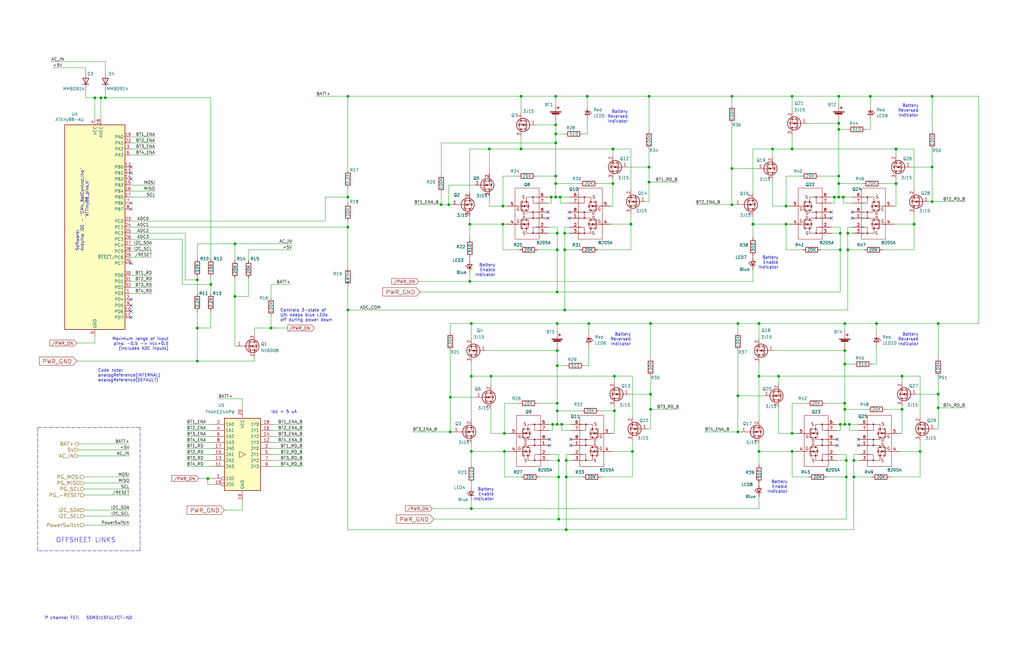
<source format=kicad_sch>
(kicad_sch (version 20210621) (generator eeschema)
  (paper "B")
  (title_block (title "ConnectBox CM4 Battery Board - 4 Batteries") (date "2022-01-05") (rev "1.7.4") (comment 1 "JRA"))
  (junction (at 40.005 41.275) (diameter 1.016))
  (junction (at 42.545 41.275) (diameter 1.016))
  (junction (at 44.45 41.275) (diameter 1.016))
  (junction (at 83.185 118.11) (diameter 1.016))
  (junction (at 83.185 138.43) (diameter 1.016))
  (junction (at 83.185 152.4) (diameter 1.016))
  (junction (at 87.63 201.93) (diameter 1.016))
  (junction (at 88.9 120.015) (diameter 1.016))
  (junction (at 99.06 102.87) (diameter 1.016))
  (junction (at 99.06 125.095) (diameter 1.016))
  (junction (at 114.3 138.43) (diameter 1.016))
  (junction (at 146.685 40.64) (diameter 1.016))
  (junction (at 146.685 83.185) (diameter 1.016))
  (junction (at 146.685 95.885) (diameter 1.016))
  (junction (at 146.685 130.81) (diameter 1.016))
  (junction (at 186.055 86.36) (diameter 1.016))
  (junction (at 189.23 86.36) (diameter 1.016))
  (junction (at 189.865 167.64) (diameter 1.016))
  (junction (at 189.865 182.245) (diameter 1.016))
  (junction (at 198.12 94.615) (diameter 1.016))
  (junction (at 198.12 118.745) (diameter 1.016))
  (junction (at 198.755 136.525) (diameter 1.016))
  (junction (at 198.755 158.75) (diameter 1.016))
  (junction (at 198.755 190.5) (diameter 1.016))
  (junction (at 198.755 214.63) (diameter 1.016))
  (junction (at 206.375 62.865) (diameter 1.016))
  (junction (at 207.01 158.75) (diameter 1.016))
  (junction (at 212.09 86.995) (diameter 1.016))
  (junction (at 212.09 94.615) (diameter 1.016))
  (junction (at 212.725 182.88) (diameter 1.016))
  (junction (at 212.725 190.5) (diameter 1.016))
  (junction (at 219.71 40.64) (diameter 1.016))
  (junction (at 219.71 62.865) (diameter 1.016))
  (junction (at 232.41 83.185) (diameter 1.016))
  (junction (at 233.045 179.07) (diameter 1.016))
  (junction (at 234.315 40.64) (diameter 1.016))
  (junction (at 234.315 52.705) (diameter 1.016))
  (junction (at 234.315 56.515) (diameter 1.016))
  (junction (at 234.315 60.325) (diameter 1.016))
  (junction (at 234.315 74.295) (diameter 1.016))
  (junction (at 234.315 77.47) (diameter 1.016))
  (junction (at 234.315 83.185) (diameter 1.016))
  (junction (at 234.95 98.425) (diameter 1.016))
  (junction (at 234.95 105.41) (diameter 1.016))
  (junction (at 234.95 123.19) (diameter 1.016))
  (junction (at 234.95 136.525) (diameter 1.016))
  (junction (at 234.95 147.955) (diameter 1.016))
  (junction (at 234.95 154.305) (diameter 1.016))
  (junction (at 234.95 170.18) (diameter 1.016))
  (junction (at 234.95 173.355) (diameter 1.016))
  (junction (at 234.95 179.07) (diameter 1.016))
  (junction (at 235.585 194.31) (diameter 1.016))
  (junction (at 235.585 201.295) (diameter 1.016))
  (junction (at 235.585 219.075) (diameter 1.016))
  (junction (at 236.22 83.185) (diameter 1.016))
  (junction (at 236.855 179.07) (diameter 1.016))
  (junction (at 238.125 98.425) (diameter 1.016))
  (junction (at 238.125 105.41) (diameter 1.016))
  (junction (at 238.125 130.81) (diameter 1.016))
  (junction (at 238.76 194.31) (diameter 1.016))
  (junction (at 238.76 201.295) (diameter 1.016))
  (junction (at 238.76 223.52) (diameter 1.016))
  (junction (at 247.65 40.64) (diameter 1.016))
  (junction (at 248.285 136.525) (diameter 1.016))
  (junction (at 258.445 62.865) (diameter 1.016))
  (junction (at 258.445 77.47) (diameter 1.016))
  (junction (at 259.08 158.75) (diameter 1.016))
  (junction (at 259.08 173.355) (diameter 1.016))
  (junction (at 266.065 94.615) (diameter 1.016))
  (junction (at 266.7 190.5) (diameter 1.016))
  (junction (at 273.685 40.64) (diameter 1.016))
  (junction (at 273.685 70.485) (diameter 1.016))
  (junction (at 273.685 76.835) (diameter 1.016))
  (junction (at 274.32 136.525) (diameter 1.016))
  (junction (at 274.32 166.37) (diameter 1.016))
  (junction (at 274.32 172.72) (diameter 1.016))
  (junction (at 308.61 40.64) (diameter 1.016))
  (junction (at 308.61 71.12) (diameter 1.016))
  (junction (at 308.61 86.36) (diameter 1.016))
  (junction (at 311.15 136.525) (diameter 1.016))
  (junction (at 311.15 167.005) (diameter 1.016))
  (junction (at 311.15 182.245) (diameter 1.016))
  (junction (at 317.5 94.615) (diameter 1.016))
  (junction (at 320.04 136.525) (diameter 1.016))
  (junction (at 320.04 158.75) (diameter 1.016))
  (junction (at 320.04 190.5) (diameter 1.016))
  (junction (at 325.755 62.865) (diameter 1.016))
  (junction (at 328.295 158.75) (diameter 1.016))
  (junction (at 331.47 86.995) (diameter 1.016))
  (junction (at 331.47 94.615) (diameter 1.016))
  (junction (at 334.01 40.64) (diameter 1.016))
  (junction (at 334.01 62.865) (diameter 1.016))
  (junction (at 334.01 182.88) (diameter 1.016))
  (junction (at 334.01 190.5) (diameter 1.016))
  (junction (at 351.79 83.185) (diameter 1.016))
  (junction (at 353.695 40.64) (diameter 1.016))
  (junction (at 353.695 52.07) (diameter 1.016))
  (junction (at 353.695 54.61) (diameter 1.016))
  (junction (at 353.695 74.295) (diameter 1.016))
  (junction (at 353.695 77.47) (diameter 1.016))
  (junction (at 353.695 83.185) (diameter 1.016))
  (junction (at 354.33 98.425) (diameter 1.016))
  (junction (at 354.33 105.41) (diameter 1.016))
  (junction (at 354.33 179.07) (diameter 1.016))
  (junction (at 355.6 83.185) (diameter 1.016))
  (junction (at 356.235 136.525) (diameter 1.016))
  (junction (at 356.235 147.955) (diameter 1.016))
  (junction (at 356.235 153.67) (diameter 1.016))
  (junction (at 356.235 170.18) (diameter 1.016))
  (junction (at 356.235 172.72) (diameter 1.016))
  (junction (at 356.235 179.07) (diameter 1.016))
  (junction (at 356.87 194.31) (diameter 1.016))
  (junction (at 356.87 201.295) (diameter 1.016))
  (junction (at 357.505 98.425) (diameter 1.016))
  (junction (at 357.505 105.41) (diameter 1.016))
  (junction (at 358.14 179.07) (diameter 1.016))
  (junction (at 360.045 194.31) (diameter 1.016))
  (junction (at 360.045 201.295) (diameter 1.016))
  (junction (at 367.03 40.64) (diameter 1.016))
  (junction (at 369.57 136.525) (diameter 1.016))
  (junction (at 377.825 62.865) (diameter 1.016))
  (junction (at 377.825 77.47) (diameter 1.016))
  (junction (at 380.365 158.75) (diameter 1.016))
  (junction (at 380.365 172.72) (diameter 1.016))
  (junction (at 385.445 94.615) (diameter 1.016))
  (junction (at 387.985 190.5) (diameter 1.016))
  (junction (at 393.065 40.64) (diameter 1.016))
  (junction (at 393.065 70.485) (diameter 1.016))
  (junction (at 393.065 85.09) (diameter 1.016))
  (junction (at 395.605 136.525) (diameter 1.016))
  (junction (at 395.605 166.37) (diameter 1.016))
  (junction (at 395.605 172.085) (diameter 1.016))
  (no_connect (at 55.245 70.485))
  (no_connect (at 55.245 73.025))
  (no_connect (at 55.245 75.565))
  (no_connect (at 55.245 85.725))
  (no_connect (at 55.245 88.265))
  (no_connect (at 55.245 111.125))
  (no_connect (at 55.245 126.365))
  (no_connect (at 55.245 128.905))
  (no_connect (at 55.245 131.445))
  (no_connect (at 55.245 133.985))
  (no_connect (at 231.14 89.535))
  (no_connect (at 231.14 92.075))
  (no_connect (at 231.775 185.42))
  (no_connect (at 231.775 187.96))
  (no_connect (at 240.03 89.535))
  (no_connect (at 240.03 92.075))
  (no_connect (at 240.665 185.42))
  (no_connect (at 240.665 187.96))
  (no_connect (at 350.52 89.535))
  (no_connect (at 350.52 92.075))
  (no_connect (at 353.06 185.42))
  (no_connect (at 353.06 187.96))
  (no_connect (at 359.41 89.535))
  (no_connect (at 359.41 92.075))
  (no_connect (at 361.95 185.42))
  (no_connect (at 361.95 187.96))
  (wire (pts (xy 21.59 26.035) (xy 44.45 26.035)))
  (wire (pts (xy 22.225 28.575) (xy 36.195 28.575)))
  (wire (pts (xy 32.385 144.78) (xy 40.005 144.78)))
  (wire (pts (xy 32.385 152.4) (xy 83.185 152.4)))
  (wire (pts (xy 33.02 187.325) (xy 54.61 187.325)))
  (wire (pts (xy 33.02 189.865) (xy 54.61 189.865)))
  (wire (pts (xy 33.02 192.405) (xy 54.61 192.405)))
  (wire (pts (xy 35.56 201.295) (xy 54.61 201.295)))
  (wire (pts (xy 35.56 203.835) (xy 54.61 203.835)))
  (wire (pts (xy 35.56 206.375) (xy 54.61 206.375)))
  (wire (pts (xy 35.56 208.915) (xy 54.61 208.915)))
  (wire (pts (xy 35.56 215.265) (xy 54.61 215.265)))
  (wire (pts (xy 35.56 217.805) (xy 54.61 217.805)))
  (wire (pts (xy 35.56 221.615) (xy 54.61 221.615)))
  (wire (pts (xy 36.195 30.48) (xy 36.195 28.575)))
  (wire (pts (xy 36.195 38.1) (xy 36.195 41.275)))
  (wire (pts (xy 40.005 41.275) (xy 36.195 41.275)))
  (wire (pts (xy 40.005 41.275) (xy 40.005 50.165)))
  (wire (pts (xy 40.005 41.275) (xy 42.545 41.275)))
  (wire (pts (xy 40.005 141.605) (xy 40.005 144.78)))
  (wire (pts (xy 42.545 41.275) (xy 42.545 50.165)))
  (wire (pts (xy 44.45 30.48) (xy 44.45 26.035)))
  (wire (pts (xy 44.45 38.1) (xy 44.45 41.275)))
  (wire (pts (xy 44.45 41.275) (xy 42.545 41.275)))
  (wire (pts (xy 44.45 41.275) (xy 88.9 41.275)))
  (wire (pts (xy 55.245 57.785) (xy 65.405 57.785)))
  (wire (pts (xy 55.245 60.325) (xy 65.405 60.325)))
  (wire (pts (xy 55.245 62.865) (xy 65.405 62.865)))
  (wire (pts (xy 55.245 65.405) (xy 65.405 65.405)))
  (wire (pts (xy 55.245 78.105) (xy 65.405 78.105)))
  (wire (pts (xy 55.245 80.645) (xy 65.405 80.645)))
  (wire (pts (xy 55.245 83.185) (xy 65.405 83.185)))
  (wire (pts (xy 55.245 93.345) (xy 137.16 93.345)))
  (wire (pts (xy 55.245 95.885) (xy 146.685 95.885)))
  (wire (pts (xy 55.245 98.425) (xy 78.105 98.425)))
  (wire (pts (xy 55.245 100.965) (xy 76.835 100.965)))
  (wire (pts (xy 55.245 103.505) (xy 64.135 103.505)))
  (wire (pts (xy 55.245 106.045) (xy 64.135 106.045)))
  (wire (pts (xy 55.245 108.585) (xy 64.135 108.585)))
  (wire (pts (xy 55.245 116.205) (xy 64.135 116.205)))
  (wire (pts (xy 55.245 118.745) (xy 64.135 118.745)))
  (wire (pts (xy 55.245 121.285) (xy 64.135 121.285)))
  (wire (pts (xy 55.245 123.825) (xy 64.135 123.825)))
  (wire (pts (xy 76.835 100.965) (xy 76.835 120.015)))
  (wire (pts (xy 76.835 120.015) (xy 88.9 120.015)))
  (wire (pts (xy 78.105 98.425) (xy 78.105 118.11)))
  (wire (pts (xy 78.74 179.07) (xy 89.535 179.07)))
  (wire (pts (xy 78.74 181.61) (xy 89.535 181.61)))
  (wire (pts (xy 78.74 184.15) (xy 89.535 184.15)))
  (wire (pts (xy 78.74 186.69) (xy 89.535 186.69)))
  (wire (pts (xy 78.74 189.23) (xy 89.535 189.23)))
  (wire (pts (xy 78.74 191.77) (xy 89.535 191.77)))
  (wire (pts (xy 78.74 194.31) (xy 89.535 194.31)))
  (wire (pts (xy 78.74 196.85) (xy 89.535 196.85)))
  (wire (pts (xy 83.185 102.87) (xy 83.185 109.22)))
  (wire (pts (xy 83.185 102.87) (xy 99.06 102.87)))
  (wire (pts (xy 83.185 116.84) (xy 83.185 118.11)))
  (wire (pts (xy 83.185 118.11) (xy 78.105 118.11)))
  (wire (pts (xy 83.185 118.11) (xy 83.185 123.825)))
  (wire (pts (xy 83.185 131.445) (xy 83.185 138.43)))
  (wire (pts (xy 83.185 138.43) (xy 83.185 152.4)))
  (wire (pts (xy 83.185 152.4) (xy 107.315 152.4)))
  (wire (pts (xy 83.82 201.93) (xy 87.63 201.93)))
  (wire (pts (xy 87.63 201.93) (xy 89.535 201.93)))
  (wire (pts (xy 87.63 204.47) (xy 87.63 201.93)))
  (wire (pts (xy 88.9 41.275) (xy 88.9 109.22)))
  (wire (pts (xy 88.9 116.84) (xy 88.9 120.015)))
  (wire (pts (xy 88.9 120.015) (xy 88.9 123.825)))
  (wire (pts (xy 88.9 131.445) (xy 88.9 138.43)))
  (wire (pts (xy 88.9 138.43) (xy 83.185 138.43)))
  (wire (pts (xy 89.535 204.47) (xy 87.63 204.47)))
  (wire (pts (xy 92.075 168.275) (xy 102.235 168.275)))
  (wire (pts (xy 94.615 215.265) (xy 102.235 215.265)))
  (wire (pts (xy 99.06 102.87) (xy 99.06 109.855)))
  (wire (pts (xy 99.06 102.87) (xy 123.19 102.87)))
  (wire (pts (xy 99.06 117.475) (xy 99.06 125.095)))
  (wire (pts (xy 99.06 125.095) (xy 104.775 125.095)))
  (wire (pts (xy 99.06 146.05) (xy 99.06 125.095)))
  (wire (pts (xy 99.695 146.05) (xy 99.06 146.05)))
  (wire (pts (xy 102.235 171.45) (xy 102.235 168.275)))
  (wire (pts (xy 102.235 215.265) (xy 102.235 212.09)))
  (wire (pts (xy 104.775 105.41) (xy 104.775 109.855)))
  (wire (pts (xy 104.775 105.41) (xy 123.19 105.41)))
  (wire (pts (xy 104.775 125.095) (xy 104.775 117.475)))
  (wire (pts (xy 107.315 138.43) (xy 107.315 140.97)))
  (wire (pts (xy 107.315 138.43) (xy 114.3 138.43)))
  (wire (pts (xy 107.315 152.4) (xy 107.315 151.13)))
  (wire (pts (xy 114.3 120.015) (xy 122.555 120.015)))
  (wire (pts (xy 114.3 125.73) (xy 114.3 120.015)))
  (wire (pts (xy 114.3 133.35) (xy 114.3 138.43)))
  (wire (pts (xy 114.3 138.43) (xy 121.285 138.43)))
  (wire (pts (xy 114.935 179.07) (xy 127.635 179.07)))
  (wire (pts (xy 114.935 181.61) (xy 127.635 181.61)))
  (wire (pts (xy 114.935 184.15) (xy 127.635 184.15)))
  (wire (pts (xy 114.935 186.69) (xy 127.635 186.69)))
  (wire (pts (xy 114.935 189.23) (xy 127.635 189.23)))
  (wire (pts (xy 114.935 191.77) (xy 127.635 191.77)))
  (wire (pts (xy 114.935 194.31) (xy 127.635 194.31)))
  (wire (pts (xy 114.935 196.85) (xy 127.635 196.85)))
  (wire (pts (xy 133.35 40.64) (xy 146.685 40.64)))
  (wire (pts (xy 137.16 83.185) (xy 146.685 83.185)))
  (wire (pts (xy 137.16 93.345) (xy 137.16 83.185)))
  (wire (pts (xy 146.685 40.64) (xy 146.685 71.755)))
  (wire (pts (xy 146.685 40.64) (xy 219.71 40.64)))
  (wire (pts (xy 146.685 79.375) (xy 146.685 83.185)))
  (wire (pts (xy 146.685 83.185) (xy 146.685 85.725)))
  (wire (pts (xy 146.685 93.345) (xy 146.685 95.885)))
  (wire (pts (xy 146.685 95.885) (xy 146.685 113.03)))
  (wire (pts (xy 146.685 120.65) (xy 146.685 130.81)))
  (wire (pts (xy 146.685 130.81) (xy 146.685 223.52)))
  (wire (pts (xy 146.685 130.81) (xy 238.125 130.81)))
  (wire (pts (xy 173.99 182.245) (xy 189.865 182.245)))
  (wire (pts (xy 174.625 86.36) (xy 186.055 86.36)))
  (wire (pts (xy 177.165 123.19) (xy 234.95 123.19)))
  (wire (pts (xy 182.245 214.63) (xy 198.755 214.63)))
  (wire (pts (xy 182.88 219.075) (xy 235.585 219.075)))
  (wire (pts (xy 186.055 60.325) (xy 186.055 73.66)))
  (wire (pts (xy 186.055 60.325) (xy 234.315 60.325)))
  (wire (pts (xy 186.055 81.28) (xy 186.055 86.36)))
  (wire (pts (xy 186.055 86.36) (xy 189.23 86.36)))
  (wire (pts (xy 189.23 78.105) (xy 189.23 86.36)))
  (wire (pts (xy 189.23 78.105) (xy 200.025 78.105)))
  (wire (pts (xy 189.23 86.36) (xy 190.5 86.36)))
  (wire (pts (xy 189.865 136.525) (xy 189.865 140.335)))
  (wire (pts (xy 189.865 136.525) (xy 198.755 136.525)))
  (wire (pts (xy 189.865 147.955) (xy 189.865 167.64)))
  (wire (pts (xy 189.865 167.64) (xy 189.865 182.245)))
  (wire (pts (xy 189.865 167.64) (xy 200.66 167.64)))
  (wire (pts (xy 189.865 182.245) (xy 191.135 182.245)))
  (wire (pts (xy 198.12 62.865) (xy 198.12 81.28)))
  (wire (pts (xy 198.12 62.865) (xy 206.375 62.865)))
  (wire (pts (xy 198.12 91.44) (xy 198.12 94.615)))
  (wire (pts (xy 198.12 94.615) (xy 198.12 100.965)))
  (wire (pts (xy 198.12 94.615) (xy 212.09 94.615)))
  (wire (pts (xy 198.12 108.585) (xy 198.12 109.855)))
  (wire (pts (xy 198.12 114.935) (xy 198.12 118.745)))
  (wire (pts (xy 198.12 118.745) (xy 176.53 118.745)))
  (wire (pts (xy 198.755 136.525) (xy 198.755 142.875)))
  (wire (pts (xy 198.755 136.525) (xy 234.95 136.525)))
  (wire (pts (xy 198.755 153.035) (xy 198.755 158.75)))
  (wire (pts (xy 198.755 158.75) (xy 198.755 177.165)))
  (wire (pts (xy 198.755 158.75) (xy 207.01 158.75)))
  (wire (pts (xy 198.755 187.325) (xy 198.755 190.5)))
  (wire (pts (xy 198.755 190.5) (xy 198.755 196.215)))
  (wire (pts (xy 198.755 190.5) (xy 212.725 190.5)))
  (wire (pts (xy 198.755 203.835) (xy 198.755 205.74)))
  (wire (pts (xy 198.755 210.82) (xy 198.755 214.63)))
  (wire (pts (xy 205.105 147.955) (xy 234.95 147.955)))
  (wire (pts (xy 206.375 62.865) (xy 206.375 73.025)))
  (wire (pts (xy 206.375 62.865) (xy 219.71 62.865)))
  (wire (pts (xy 206.375 83.185) (xy 206.375 86.995)))
  (wire (pts (xy 206.375 86.995) (xy 212.09 86.995)))
  (wire (pts (xy 207.01 158.75) (xy 207.01 162.56)))
  (wire (pts (xy 207.01 158.75) (xy 259.08 158.75)))
  (wire (pts (xy 207.01 172.72) (xy 207.01 182.88)))
  (wire (pts (xy 207.01 182.88) (xy 212.725 182.88)))
  (wire (pts (xy 212.09 74.295) (xy 212.09 86.995)))
  (wire (pts (xy 212.09 86.995) (xy 213.36 86.995)))
  (wire (pts (xy 212.09 94.615) (xy 213.36 94.615)))
  (wire (pts (xy 212.09 105.41) (xy 212.09 94.615)))
  (wire (pts (xy 212.725 170.18) (xy 212.725 182.88)))
  (wire (pts (xy 212.725 182.88) (xy 213.995 182.88)))
  (wire (pts (xy 212.725 190.5) (xy 213.995 190.5)))
  (wire (pts (xy 212.725 201.295) (xy 212.725 190.5)))
  (wire (pts (xy 218.44 74.295) (xy 212.09 74.295)))
  (wire (pts (xy 219.075 105.41) (xy 212.09 105.41)))
  (wire (pts (xy 219.075 170.18) (xy 212.725 170.18)))
  (wire (pts (xy 219.71 40.64) (xy 219.71 47.625)))
  (wire (pts (xy 219.71 40.64) (xy 234.315 40.64)))
  (wire (pts (xy 219.71 57.785) (xy 219.71 62.865)))
  (wire (pts (xy 219.71 62.865) (xy 258.445 62.865)))
  (wire (pts (xy 219.71 201.295) (xy 212.725 201.295)))
  (wire (pts (xy 226.06 52.705) (xy 234.315 52.705)))
  (wire (pts (xy 226.06 74.295) (xy 234.315 74.295)))
  (wire (pts (xy 226.695 105.41) (xy 234.95 105.41)))
  (wire (pts (xy 226.695 170.18) (xy 234.95 170.18)))
  (wire (pts (xy 227.33 201.295) (xy 235.585 201.295)))
  (wire (pts (xy 231.14 83.185) (xy 232.41 83.185)))
  (wire (pts (xy 231.14 85.725) (xy 232.41 85.725)))
  (wire (pts (xy 231.14 95.885) (xy 234.95 95.885)))
  (wire (pts (xy 231.14 98.425) (xy 234.95 98.425)))
  (wire (pts (xy 231.775 179.07) (xy 233.045 179.07)))
  (wire (pts (xy 231.775 181.61) (xy 233.045 181.61)))
  (wire (pts (xy 231.775 191.77) (xy 235.585 191.77)))
  (wire (pts (xy 231.775 194.31) (xy 235.585 194.31)))
  (wire (pts (xy 232.41 83.185) (xy 232.41 85.725)))
  (wire (pts (xy 233.045 179.07) (xy 233.045 181.61)))
  (wire (pts (xy 234.315 40.64) (xy 234.315 43.815)))
  (wire (pts (xy 234.315 51.435) (xy 234.315 52.705)))
  (wire (pts (xy 234.315 52.705) (xy 234.315 56.515)))
  (wire (pts (xy 234.315 56.515) (xy 234.315 60.325)))
  (wire (pts (xy 234.315 56.515) (xy 238.125 56.515)))
  (wire (pts (xy 234.315 60.325) (xy 234.315 74.295)))
  (wire (pts (xy 234.315 74.295) (xy 234.315 77.47)))
  (wire (pts (xy 234.315 77.47) (xy 234.315 83.185)))
  (wire (pts (xy 234.315 77.47) (xy 244.475 77.47)))
  (wire (pts (xy 234.315 83.185) (xy 232.41 83.185)))
  (wire (pts (xy 234.315 83.185) (xy 236.22 83.185)))
  (wire (pts (xy 234.95 95.885) (xy 234.95 98.425)))
  (wire (pts (xy 234.95 98.425) (xy 234.95 105.41)))
  (wire (pts (xy 234.95 105.41) (xy 234.95 123.19)))
  (wire (pts (xy 234.95 123.19) (xy 354.33 123.19)))
  (wire (pts (xy 234.95 136.525) (xy 234.95 139.7)))
  (wire (pts (xy 234.95 147.32) (xy 234.95 147.955)))
  (wire (pts (xy 234.95 147.955) (xy 234.95 154.305)))
  (wire (pts (xy 234.95 154.305) (xy 234.95 170.18)))
  (wire (pts (xy 234.95 154.305) (xy 238.76 154.305)))
  (wire (pts (xy 234.95 170.18) (xy 234.95 173.355)))
  (wire (pts (xy 234.95 173.355) (xy 234.95 179.07)))
  (wire (pts (xy 234.95 179.07) (xy 233.045 179.07)))
  (wire (pts (xy 234.95 179.07) (xy 236.855 179.07)))
  (wire (pts (xy 235.585 191.77) (xy 235.585 194.31)))
  (wire (pts (xy 235.585 194.31) (xy 235.585 201.295)))
  (wire (pts (xy 235.585 201.295) (xy 235.585 219.075)))
  (wire (pts (xy 235.585 219.075) (xy 356.87 219.075)))
  (wire (pts (xy 236.22 83.185) (xy 240.03 83.185)))
  (wire (pts (xy 236.22 85.725) (xy 236.22 83.185)))
  (wire (pts (xy 236.855 179.07) (xy 240.665 179.07)))
  (wire (pts (xy 236.855 181.61) (xy 236.855 179.07)))
  (wire (pts (xy 238.125 95.885) (xy 238.125 98.425)))
  (wire (pts (xy 238.125 98.425) (xy 238.125 105.41)))
  (wire (pts (xy 238.125 98.425) (xy 240.03 98.425)))
  (wire (pts (xy 238.125 105.41) (xy 238.125 130.81)))
  (wire (pts (xy 238.125 105.41) (xy 244.475 105.41)))
  (wire (pts (xy 238.125 130.81) (xy 357.505 130.81)))
  (wire (pts (xy 238.76 191.77) (xy 238.76 194.31)))
  (wire (pts (xy 238.76 194.31) (xy 238.76 201.295)))
  (wire (pts (xy 238.76 194.31) (xy 240.665 194.31)))
  (wire (pts (xy 238.76 201.295) (xy 238.76 223.52)))
  (wire (pts (xy 238.76 201.295) (xy 245.745 201.295)))
  (wire (pts (xy 238.76 223.52) (xy 146.685 223.52)))
  (wire (pts (xy 238.76 223.52) (xy 360.045 223.52)))
  (wire (pts (xy 240.03 85.725) (xy 236.22 85.725)))
  (wire (pts (xy 240.03 95.885) (xy 238.125 95.885)))
  (wire (pts (xy 240.665 181.61) (xy 236.855 181.61)))
  (wire (pts (xy 240.665 191.77) (xy 238.76 191.77)))
  (wire (pts (xy 245.11 173.355) (xy 234.95 173.355)))
  (wire (pts (xy 247.65 40.64) (xy 234.315 40.64)))
  (wire (pts (xy 247.65 40.64) (xy 273.685 40.64)))
  (wire (pts (xy 247.65 45.085) (xy 247.65 40.64)))
  (wire (pts (xy 247.65 50.165) (xy 247.65 56.515)))
  (wire (pts (xy 247.65 56.515) (xy 245.745 56.515)))
  (wire (pts (xy 248.285 136.525) (xy 234.95 136.525)))
  (wire (pts (xy 248.285 136.525) (xy 274.32 136.525)))
  (wire (pts (xy 248.285 140.97) (xy 248.285 136.525)))
  (wire (pts (xy 248.285 146.05) (xy 248.285 154.305)))
  (wire (pts (xy 248.285 154.305) (xy 246.38 154.305)))
  (wire (pts (xy 252.095 77.47) (xy 258.445 77.47)))
  (wire (pts (xy 252.73 173.355) (xy 259.08 173.355)))
  (wire (pts (xy 253.365 201.295) (xy 266.7 201.295)))
  (wire (pts (xy 257.81 86.995) (xy 258.445 86.995)))
  (wire (pts (xy 257.81 94.615) (xy 266.065 94.615)))
  (wire (pts (xy 258.445 62.865) (xy 258.445 65.405)))
  (wire (pts (xy 258.445 62.865) (xy 266.065 62.865)))
  (wire (pts (xy 258.445 75.565) (xy 258.445 77.47)))
  (wire (pts (xy 258.445 77.47) (xy 258.445 86.995)))
  (wire (pts (xy 258.445 182.88) (xy 259.08 182.88)))
  (wire (pts (xy 258.445 190.5) (xy 266.7 190.5)))
  (wire (pts (xy 259.08 158.75) (xy 259.08 161.29)))
  (wire (pts (xy 259.08 158.75) (xy 266.7 158.75)))
  (wire (pts (xy 259.08 171.45) (xy 259.08 173.355)))
  (wire (pts (xy 259.08 173.355) (xy 259.08 182.88)))
  (wire (pts (xy 264.795 70.485) (xy 273.685 70.485)))
  (wire (pts (xy 265.43 166.37) (xy 274.32 166.37)))
  (wire (pts (xy 266.065 62.865) (xy 266.065 80.01)))
  (wire (pts (xy 266.065 94.615) (xy 266.065 90.17)))
  (wire (pts (xy 266.065 94.615) (xy 266.065 105.41)))
  (wire (pts (xy 266.065 105.41) (xy 252.095 105.41)))
  (wire (pts (xy 266.7 158.75) (xy 266.7 175.895)))
  (wire (pts (xy 266.7 190.5) (xy 266.7 186.055)))
  (wire (pts (xy 266.7 201.295) (xy 266.7 190.5)))
  (wire (pts (xy 273.685 40.64) (xy 273.685 55.245)))
  (wire (pts (xy 273.685 40.64) (xy 308.61 40.64)))
  (wire (pts (xy 273.685 62.865) (xy 273.685 70.485)))
  (wire (pts (xy 273.685 70.485) (xy 273.685 76.835)))
  (wire (pts (xy 273.685 76.835) (xy 273.685 85.09)))
  (wire (pts (xy 273.685 76.835) (xy 285.75 76.835)))
  (wire (pts (xy 273.685 85.09) (xy 272.415 85.09)))
  (wire (pts (xy 274.32 136.525) (xy 274.32 151.13)))
  (wire (pts (xy 274.32 136.525) (xy 311.15 136.525)))
  (wire (pts (xy 274.32 158.75) (xy 274.32 166.37)))
  (wire (pts (xy 274.32 166.37) (xy 274.32 172.72)))
  (wire (pts (xy 274.32 172.72) (xy 274.32 180.975)))
  (wire (pts (xy 274.32 172.72) (xy 286.385 172.72)))
  (wire (pts (xy 274.32 180.975) (xy 273.05 180.975)))
  (wire (pts (xy 293.37 86.36) (xy 308.61 86.36)))
  (wire (pts (xy 297.18 182.245) (xy 311.15 182.245)))
  (wire (pts (xy 308.61 40.64) (xy 308.61 44.45)))
  (wire (pts (xy 308.61 40.64) (xy 334.01 40.64)))
  (wire (pts (xy 308.61 52.07) (xy 308.61 71.12)))
  (wire (pts (xy 308.61 71.12) (xy 308.61 86.36)))
  (wire (pts (xy 308.61 71.12) (xy 319.405 71.12)))
  (wire (pts (xy 308.61 86.36) (xy 309.88 86.36)))
  (wire (pts (xy 311.15 136.525) (xy 311.15 140.335)))
  (wire (pts (xy 311.15 136.525) (xy 320.04 136.525)))
  (wire (pts (xy 311.15 147.955) (xy 311.15 167.005)))
  (wire (pts (xy 311.15 167.005) (xy 311.15 182.245)))
  (wire (pts (xy 311.15 167.005) (xy 321.945 167.005)))
  (wire (pts (xy 311.15 182.245) (xy 312.42 182.245)))
  (wire (pts (xy 317.5 62.865) (xy 317.5 81.28)))
  (wire (pts (xy 317.5 91.44) (xy 317.5 94.615)))
  (wire (pts (xy 317.5 94.615) (xy 317.5 100.33)))
  (wire (pts (xy 317.5 94.615) (xy 331.47 94.615)))
  (wire (pts (xy 317.5 107.95) (xy 317.5 108.585)))
  (wire (pts (xy 317.5 113.665) (xy 317.5 118.745)))
  (wire (pts (xy 317.5 118.745) (xy 198.12 118.745)))
  (wire (pts (xy 320.04 136.525) (xy 320.04 142.875)))
  (wire (pts (xy 320.04 136.525) (xy 356.235 136.525)))
  (wire (pts (xy 320.04 153.035) (xy 320.04 158.75)))
  (wire (pts (xy 320.04 158.75) (xy 320.04 177.165)))
  (wire (pts (xy 320.04 158.75) (xy 328.295 158.75)))
  (wire (pts (xy 320.04 187.325) (xy 320.04 190.5)))
  (wire (pts (xy 320.04 190.5) (xy 320.04 196.215)))
  (wire (pts (xy 320.04 190.5) (xy 334.01 190.5)))
  (wire (pts (xy 320.04 203.835) (xy 320.04 204.47)))
  (wire (pts (xy 320.04 209.55) (xy 320.04 214.63)))
  (wire (pts (xy 320.04 214.63) (xy 198.755 214.63)))
  (wire (pts (xy 325.755 62.865) (xy 317.5 62.865)))
  (wire (pts (xy 325.755 62.865) (xy 334.01 62.865)))
  (wire (pts (xy 325.755 66.04) (xy 325.755 62.865)))
  (wire (pts (xy 325.755 76.2) (xy 325.755 86.995)))
  (wire (pts (xy 325.755 86.995) (xy 331.47 86.995)))
  (wire (pts (xy 326.39 147.955) (xy 356.235 147.955)))
  (wire (pts (xy 328.295 158.75) (xy 328.295 161.925)))
  (wire (pts (xy 328.295 158.75) (xy 380.365 158.75)))
  (wire (pts (xy 328.295 172.085) (xy 328.295 182.88)))
  (wire (pts (xy 328.295 182.88) (xy 334.01 182.88)))
  (wire (pts (xy 331.47 74.295) (xy 331.47 86.995)))
  (wire (pts (xy 331.47 86.995) (xy 332.74 86.995)))
  (wire (pts (xy 331.47 94.615) (xy 332.74 94.615)))
  (wire (pts (xy 331.47 105.41) (xy 331.47 94.615)))
  (wire (pts (xy 334.01 40.64) (xy 334.01 46.99)))
  (wire (pts (xy 334.01 40.64) (xy 353.695 40.64)))
  (wire (pts (xy 334.01 57.15) (xy 334.01 62.865)))
  (wire (pts (xy 334.01 62.865) (xy 377.825 62.865)))
  (wire (pts (xy 334.01 170.18) (xy 334.01 182.88)))
  (wire (pts (xy 334.01 182.88) (xy 335.28 182.88)))
  (wire (pts (xy 334.01 190.5) (xy 335.28 190.5)))
  (wire (pts (xy 334.01 201.295) (xy 334.01 190.5)))
  (wire (pts (xy 337.82 74.295) (xy 331.47 74.295)))
  (wire (pts (xy 338.455 105.41) (xy 331.47 105.41)))
  (wire (pts (xy 340.36 52.07) (xy 353.695 52.07)))
  (wire (pts (xy 340.36 170.18) (xy 334.01 170.18)))
  (wire (pts (xy 340.995 201.295) (xy 334.01 201.295)))
  (wire (pts (xy 345.44 74.295) (xy 353.695 74.295)))
  (wire (pts (xy 346.075 105.41) (xy 354.33 105.41)))
  (wire (pts (xy 347.98 170.18) (xy 356.235 170.18)))
  (wire (pts (xy 348.615 201.295) (xy 356.87 201.295)))
  (wire (pts (xy 350.52 83.185) (xy 351.79 83.185)))
  (wire (pts (xy 350.52 85.725) (xy 351.79 85.725)))
  (wire (pts (xy 350.52 95.885) (xy 354.33 95.885)))
  (wire (pts (xy 350.52 98.425) (xy 354.33 98.425)))
  (wire (pts (xy 351.79 83.185) (xy 351.79 85.725)))
  (wire (pts (xy 353.06 179.07) (xy 354.33 179.07)))
  (wire (pts (xy 353.06 181.61) (xy 354.33 181.61)))
  (wire (pts (xy 353.06 191.77) (xy 356.87 191.77)))
  (wire (pts (xy 353.06 194.31) (xy 356.87 194.31)))
  (wire (pts (xy 353.695 40.64) (xy 353.695 43.815)))
  (wire (pts (xy 353.695 40.64) (xy 367.03 40.64)))
  (wire (pts (xy 353.695 51.435) (xy 353.695 52.07)))
  (wire (pts (xy 353.695 52.07) (xy 353.695 54.61)))
  (wire (pts (xy 353.695 54.61) (xy 353.695 74.295)))
  (wire (pts (xy 353.695 74.295) (xy 353.695 77.47)))
  (wire (pts (xy 353.695 77.47) (xy 353.695 83.185)))
  (wire (pts (xy 353.695 83.185) (xy 351.79 83.185)))
  (wire (pts (xy 353.695 83.185) (xy 355.6 83.185)))
  (wire (pts (xy 354.33 95.885) (xy 354.33 98.425)))
  (wire (pts (xy 354.33 98.425) (xy 354.33 105.41)))
  (wire (pts (xy 354.33 105.41) (xy 354.33 123.19)))
  (wire (pts (xy 354.33 179.07) (xy 354.33 181.61)))
  (wire (pts (xy 355.6 83.185) (xy 359.41 83.185)))
  (wire (pts (xy 355.6 85.725) (xy 355.6 83.185)))
  (wire (pts (xy 356.235 136.525) (xy 356.235 139.7)))
  (wire (pts (xy 356.235 147.32) (xy 356.235 147.955)))
  (wire (pts (xy 356.235 147.955) (xy 356.235 153.67)))
  (wire (pts (xy 356.235 153.67) (xy 356.235 170.18)))
  (wire (pts (xy 356.235 153.67) (xy 360.045 153.67)))
  (wire (pts (xy 356.235 170.18) (xy 356.235 172.72)))
  (wire (pts (xy 356.235 172.72) (xy 356.235 179.07)))
  (wire (pts (xy 356.235 172.72) (xy 365.76 172.72)))
  (wire (pts (xy 356.235 179.07) (xy 354.33 179.07)))
  (wire (pts (xy 356.235 179.07) (xy 358.14 179.07)))
  (wire (pts (xy 356.87 191.77) (xy 356.87 194.31)))
  (wire (pts (xy 356.87 194.31) (xy 356.87 201.295)))
  (wire (pts (xy 356.87 201.295) (xy 356.87 219.075)))
  (wire (pts (xy 357.505 54.61) (xy 353.695 54.61)))
  (wire (pts (xy 357.505 95.885) (xy 357.505 98.425)))
  (wire (pts (xy 357.505 98.425) (xy 357.505 105.41)))
  (wire (pts (xy 357.505 98.425) (xy 359.41 98.425)))
  (wire (pts (xy 357.505 105.41) (xy 357.505 130.81)))
  (wire (pts (xy 357.505 105.41) (xy 364.49 105.41)))
  (wire (pts (xy 358.14 179.07) (xy 361.95 179.07)))
  (wire (pts (xy 358.14 181.61) (xy 358.14 179.07)))
  (wire (pts (xy 359.41 85.725) (xy 355.6 85.725)))
  (wire (pts (xy 359.41 95.885) (xy 357.505 95.885)))
  (wire (pts (xy 360.045 191.77) (xy 360.045 194.31)))
  (wire (pts (xy 360.045 194.31) (xy 360.045 201.295)))
  (wire (pts (xy 360.045 194.31) (xy 361.95 194.31)))
  (wire (pts (xy 360.045 201.295) (xy 360.045 223.52)))
  (wire (pts (xy 360.045 201.295) (xy 367.665 201.295)))
  (wire (pts (xy 361.95 181.61) (xy 358.14 181.61)))
  (wire (pts (xy 361.95 191.77) (xy 360.045 191.77)))
  (wire (pts (xy 363.855 77.47) (xy 353.695 77.47)))
  (wire (pts (xy 367.03 40.64) (xy 393.065 40.64)))
  (wire (pts (xy 367.03 45.085) (xy 367.03 40.64)))
  (wire (pts (xy 367.03 50.165) (xy 367.03 54.61)))
  (wire (pts (xy 367.03 54.61) (xy 365.125 54.61)))
  (wire (pts (xy 369.57 136.525) (xy 356.235 136.525)))
  (wire (pts (xy 369.57 136.525) (xy 395.605 136.525)))
  (wire (pts (xy 369.57 140.97) (xy 369.57 136.525)))
  (wire (pts (xy 369.57 146.05) (xy 369.57 153.67)))
  (wire (pts (xy 369.57 153.67) (xy 367.665 153.67)))
  (wire (pts (xy 371.475 77.47) (xy 377.825 77.47)))
  (wire (pts (xy 372.11 105.41) (xy 385.445 105.41)))
  (wire (pts (xy 373.38 172.72) (xy 380.365 172.72)))
  (wire (pts (xy 375.285 201.295) (xy 387.985 201.295)))
  (wire (pts (xy 377.19 86.995) (xy 377.825 86.995)))
  (wire (pts (xy 377.19 94.615) (xy 385.445 94.615)))
  (wire (pts (xy 377.825 62.865) (xy 377.825 65.405)))
  (wire (pts (xy 377.825 62.865) (xy 385.445 62.865)))
  (wire (pts (xy 377.825 75.565) (xy 377.825 77.47)))
  (wire (pts (xy 377.825 77.47) (xy 377.825 86.995)))
  (wire (pts (xy 379.73 182.88) (xy 380.365 182.88)))
  (wire (pts (xy 379.73 190.5) (xy 387.985 190.5)))
  (wire (pts (xy 380.365 158.75) (xy 380.365 161.29)))
  (wire (pts (xy 380.365 158.75) (xy 387.985 158.75)))
  (wire (pts (xy 380.365 171.45) (xy 380.365 172.72)))
  (wire (pts (xy 380.365 172.72) (xy 380.365 182.88)))
  (wire (pts (xy 384.175 70.485) (xy 393.065 70.485)))
  (wire (pts (xy 385.445 62.865) (xy 385.445 80.01)))
  (wire (pts (xy 385.445 94.615) (xy 385.445 90.17)))
  (wire (pts (xy 385.445 105.41) (xy 385.445 94.615)))
  (wire (pts (xy 386.715 166.37) (xy 395.605 166.37)))
  (wire (pts (xy 387.985 158.75) (xy 387.985 175.895)))
  (wire (pts (xy 387.985 190.5) (xy 387.985 186.055)))
  (wire (pts (xy 387.985 201.295) (xy 387.985 190.5)))
  (wire (pts (xy 393.065 40.64) (xy 393.065 55.245)))
  (wire (pts (xy 393.065 40.64) (xy 412.75 40.64)))
  (wire (pts (xy 393.065 62.865) (xy 393.065 70.485)))
  (wire (pts (xy 393.065 70.485) (xy 393.065 85.09)))
  (wire (pts (xy 393.065 85.09) (xy 391.795 85.09)))
  (wire (pts (xy 393.065 85.09) (xy 407.035 85.09)))
  (wire (pts (xy 395.605 136.525) (xy 395.605 151.13)))
  (wire (pts (xy 395.605 158.75) (xy 395.605 166.37)))
  (wire (pts (xy 395.605 166.37) (xy 395.605 172.085)))
  (wire (pts (xy 395.605 172.085) (xy 395.605 180.975)))
  (wire (pts (xy 395.605 172.085) (xy 407.035 172.085)))
  (wire (pts (xy 395.605 180.975) (xy 394.335 180.975)))
  (wire (pts (xy 412.75 40.64) (xy 412.75 136.525)))
  (wire (pts (xy 412.75 136.525) (xy 395.605 136.525)))
  (polyline (pts (xy 15.875 180.34) (xy 21.59 180.34)) (stroke (width 0) (type dash)))
  (polyline (pts (xy 15.875 232.41) (xy 15.875 180.34)) (stroke (width 0) (type dash)))
  (polyline (pts (xy 20.955 180.34) (xy 59.055 180.34)) (stroke (width 0) (type dash)))
  (polyline (pts (xy 59.055 180.34) (xy 59.055 232.41)) (stroke (width 0) (type dash)))
  (polyline (pts (xy 59.055 232.41) (xy 15.875 232.41)) (stroke (width 0) (type dash)))
  (text "OFFSHEET LINKS" (at 23.495 229.235 0) (effects (font (size 2.032 2.032)) (justify left bottom)))
  (text "Software:\nArduino IDE - \"CM4_BatControl.ino\"\n              \"ATTiny88_pins.h\"" (at 37.465 106.045 90) (effects (font (size 1.27 1.27)) (justify left bottom)))
  (text "\nCode note:\nanalogReference(INTERNAL)\nanalogReference(DEFAULT)" (at 41.275 161.29 0) (effects (font (size 1.27 1.27)) (justify left bottom)))
  (text "P channel FET:   SSM3J15FULFCT-ND" (at 55.88 261.62 180) (effects (font (size 1.27 1.27)) (justify right bottom)))
  (text "Maximum range of input\npins: -0.5 -> Vcc+0.5\n(includes ADC inputs)\n" (at 71.12 147.955 0) (effects (font (size 1.27 1.27)) (justify right bottom)))
  (text "Ioz = 5 uA" (at 114.3 174.625 0) (effects (font (size 1.27 1.27)) (justify left bottom)))
  (text "Controls 3-state of\nU5; keeps blue LEDs\noff during power down" (at 118.11 135.89 0) (effects (font (size 1.27 1.27)) (justify left bottom)))
  (text "Battery\nEnable\nIndicator" (at 208.28 211.455 180) (effects (font (size 1.27 1.27)) (justify right bottom)))
  (text "Battery\nEnable\nIndicator" (at 208.915 116.84 180) (effects (font (size 1.27 1.27)) (justify right bottom)))
  (text "Battery\nReversed\nIndicator" (at 264.795 52.07 180) (effects (font (size 1.27 1.27)) (justify right bottom)))
  (text "Battery\nReversed\nIndicator" (at 266.065 146.05 180) (effects (font (size 1.27 1.27)) (justify right bottom)))
  (text "Battery\nEnable\nIndicator" (at 328.295 113.665 180) (effects (font (size 1.27 1.27)) (justify right bottom)))
  (text "Battery\nEnable\nIndicator" (at 332.105 208.28 180) (effects (font (size 1.27 1.27)) (justify right bottom)))
  (text "Battery\nReversed\nIndicator" (at 387.35 49.53 180) (effects (font (size 1.27 1.27)) (justify right bottom)))
  (text "Battery\nReversed\nIndicator" (at 387.35 146.05 180) (effects (font (size 1.27 1.27)) (justify right bottom)))
  (label "AC_IN" (at 21.59 26.035 0))
  (label "+5V" (at 22.225 28.575 0))
  (label "BATT+" (at 54.61 187.325 180))
  (label "+5V" (at 54.61 189.865 180))
  (label "AC_IN" (at 54.61 192.405 180))
  (label "MOSI" (at 54.61 201.295 180))
  (label "MISO" (at 54.61 203.835 180))
  (label "SCL" (at 54.61 206.375 180))
  (label "{slash}RESET" (at 54.61 208.915 180))
  (label "I2C_SDA" (at 54.61 215.265 180))
  (label "I2C_SCL" (at 54.61 217.805 180))
  (label "PowerSwitch" (at 54.61 221.615 180))
  (label "ADC0" (at 62.865 93.345 180))
  (label "ADC1" (at 62.865 95.885 180))
  (label "ADC2" (at 62.865 98.425 180))
  (label "ADC3" (at 62.865 100.965 180))
  (label "I2C_SDA" (at 64.135 103.505 180))
  (label "I2C_SCL" (at 64.135 106.045 180))
  (label "{slash}RESET" (at 64.135 108.585 180))
  (label "BT1_RD" (at 64.135 116.205 180))
  (label "BT2_RD" (at 64.135 118.745 180))
  (label "BT3_RD" (at 64.135 121.285 180))
  (label "BT4_RD" (at 64.135 123.825 180))
  (label "BT1_ENA" (at 65.405 57.785 180))
  (label "BT2_ENA" (at 65.405 60.325 180))
  (label "BT3_ENA" (at 65.405 62.865 180))
  (label "BT4_ENA" (at 65.405 65.405 180))
  (label "MOSI" (at 65.405 78.105 180))
  (label "MISO" (at 65.405 80.645 180))
  (label "SCL" (at 65.405 83.185 180))
  (label "BT1_ENA" (at 78.74 179.07 0))
  (label "BT2_ENA" (at 78.74 181.61 0))
  (label "BT3_ENA" (at 78.74 184.15 0))
  (label "BT4_ENA" (at 78.74 186.69 0))
  (label "BT1_RD" (at 78.74 189.23 0))
  (label "BT2_RD" (at 78.74 191.77 0))
  (label "BT3_RD" (at 78.74 194.31 0))
  (label "BT4_RD" (at 78.74 196.85 0))
  (label "BATT+" (at 92.075 168.275 0))
  (label "BATT+" (at 122.555 120.015 180))
  (label "AC_IN" (at 123.19 102.87 180))
  (label "+5V" (at 123.19 105.41 180))
  (label "BT1_ENA_B" (at 127.635 179.07 180))
  (label "BT2_ENA_B" (at 127.635 181.61 180))
  (label "BT3_ENA_B" (at 127.635 184.15 180))
  (label "BT4_ENA_B" (at 127.635 186.69 180))
  (label "BT1_RD_B" (at 127.635 189.23 180))
  (label "BT2_RD_B" (at 127.635 191.77 180))
  (label "BT3_RD_B" (at 127.635 194.31 180))
  (label "BT4_RD_B" (at 127.635 196.85 180))
  (label "BATT+" (at 133.35 40.64 0))
  (label "ADC_COM" (at 151.765 130.81 0))
  (label "BT3_ENA_B" (at 173.99 182.245 0))
  (label "BT1_ENA_B" (at 174.625 86.36 0))
  (label "BT1_RD_B" (at 285.75 76.835 180))
  (label "BT3_RD_B" (at 286.385 172.72 180))
  (label "BT2_ENA_B" (at 293.37 86.36 0))
  (label "BT4_ENA_B" (at 297.18 182.245 0))
  (label "BT2_RD_B" (at 407.035 85.09 180))
  (label "BT4_RD_B" (at 407.035 172.085 180))
  (global_label "{slash}PWR_ON" (shape input) (at 32.385 144.78 180) (property "Intersheet References" "${INTERSHEET_REFS}" (effects hide)))
  (global_label "PWR_GND" (shape input) (at 32.385 152.4 180) (effects (font (size 1.778 1.778))) (property "Intersheet References" "${INTERSHEET_REFS}" (effects hide)))
  (global_label "{slash}PWR_ON" (shape input) (at 83.82 201.93 180) (property "Intersheet References" "${INTERSHEET_REFS}" (effects hide)))
  (global_label "PWR_GND" (shape input) (at 94.615 215.265 180) (effects (font (size 1.778 1.778))) (property "Intersheet References" "${INTERSHEET_REFS}" (effects hide)))
  (global_label "{slash}PWR_ON" (shape output) (at 121.285 138.43 0) (property "Intersheet References" "${INTERSHEET_REFS}" (effects hide)))
  (global_label "{slash}PWR_ON" (shape input) (at 176.53 118.745 180) (property "Intersheet References" "${INTERSHEET_REFS}" (effects hide)))
  (global_label "PWR_GND" (shape input) (at 177.165 123.19 180) (effects (font (size 1.778 1.778))) (property "Intersheet References" "${INTERSHEET_REFS}" (effects hide)))
  (global_label "{slash}PWR_ON" (shape input) (at 182.245 214.63 180) (property "Intersheet References" "${INTERSHEET_REFS}" (effects hide)))
  (global_label "PWR_GND" (shape input) (at 182.88 219.075 180) (effects (font (size 1.778 1.778))) (property "Intersheet References" "${INTERSHEET_REFS}" (effects hide)))
  (hierarchical_label "BAT+" (shape output) (at 33.02 187.325 180) (effects (font (size 1.524 1.524))))
  (hierarchical_label "5V" (shape input) (at 33.02 189.865 180) (effects (font (size 1.524 1.524))))
  (hierarchical_label "AC_IN" (shape input) (at 33.02 192.405 180) (effects (font (size 1.524 1.524))))
  (hierarchical_label "PG_MOSI" (shape input) (at 35.56 201.295 180) (effects (font (size 1.524 1.524))))
  (hierarchical_label "PG_MISO" (shape input) (at 35.56 203.835 180) (effects (font (size 1.524 1.524))))
  (hierarchical_label "PG_SCL" (shape input) (at 35.56 206.375 180) (effects (font (size 1.524 1.524))))
  (hierarchical_label "PG_-RESET" (shape input) (at 35.56 208.915 180) (effects (font (size 1.524 1.524))))
  (hierarchical_label "I2C_SDA" (shape input) (at 35.56 215.265 180) (effects (font (size 1.524 1.524))))
  (hierarchical_label "I2C_SCL" (shape input) (at 35.56 217.805 180) (effects (font (size 1.524 1.524))))
  (hierarchical_label "PowerSwitch" (shape input) (at 35.56 221.615 180) (effects (font (size 1.524 1.524))))
  (symbol (lib_id "Device:LED_Small") (at 198.12 112.395 90) (unit 1)
    (property "Reference" "LED3" (at 195.58 109.855 90) (effects (justify left)))
    (property "Value" "Blue" (at 196.85 114.935 90) (effects (justify left)))
    (property "Footprint" "LED_SMD:LED_0603_1608Metric" (effects hide))
    (property "Manufacturer" "Inolux" (effects hide))
    (property "Manufacturer P/N" "IN-S63BT5B" (effects hide))
    (property "Description" "LED BLUE CLEAR 0603 SMD" (effects hide))
    (property "DigiKey P/N" "1830-1068-1-ND" (effects hide))
    (property "Type" "SMD" (effects hide))
  )
  (symbol (lib_id "Device:LED_Small") (at 198.755 208.28 90) (unit 1)
    (property "Reference" "LED4" (at 196.215 205.74 90) (effects (justify left)))
    (property "Value" "Blue" (at 197.485 210.82 90) (effects (justify left)))
    (property "Footprint" "LED_SMD:LED_0603_1608Metric" (effects hide))
    (property "Manufacturer" "Inolux" (effects hide))
    (property "Manufacturer P/N" "IN-S63BT5B" (effects hide))
    (property "Description" "LED BLUE CLEAR 0603 SMD" (effects hide))
    (property "DigiKey P/N" "1830-1068-1-ND" (effects hide))
    (property "Type" "SMD" (effects hide))
  )
  (symbol (lib_id "Device:LED_Small") (at 247.65 47.625 270) (unit 1)
    (property "Reference" "LED5" (at 250.19 48.895 90) (effects (justify left)))
    (property "Value" "Red" (at 250.19 46.355 90) (effects (justify left)))
    (property "Footprint" "LED_SMD:LED_0603_1608Metric" (effects hide))
    (property "Manufacturer" "Lite-On Inc." (effects hide))
    (property "Manufacturer P/N" "LTST-C191KRKT" (effects hide))
    (property "Description" "LED RED CLEAR 0603 SMD" (effects hide))
    (property "DigiKey P/N" "160-1447-1-ND" (effects hide))
    (property "Type" "SMD" (effects hide))
  )
  (symbol (lib_id "Device:LED_Small") (at 248.285 143.51 270) (unit 1)
    (property "Reference" "LED6" (at 250.825 144.78 90) (effects (justify left)))
    (property "Value" "Red" (at 250.825 142.24 90) (effects (justify left)))
    (property "Footprint" "LED_SMD:LED_0603_1608Metric" (effects hide))
    (property "Manufacturer" "Lite-On Inc." (effects hide))
    (property "Manufacturer P/N" "LTST-C191KRKT" (effects hide))
    (property "Description" "LED RED CLEAR 0603 SMD" (effects hide))
    (property "DigiKey P/N" "160-1447-1-ND" (effects hide))
    (property "Type" "SMD" (effects hide))
  )
  (symbol (lib_id "Device:LED_Small") (at 317.5 111.125 90) (unit 1)
    (property "Reference" "LED7" (at 314.96 108.585 90) (effects (justify left)))
    (property "Value" "Blue" (at 316.23 113.665 90) (effects (justify left)))
    (property "Footprint" "LED_SMD:LED_0603_1608Metric" (effects hide))
    (property "Manufacturer" "Inolux" (effects hide))
    (property "Manufacturer P/N" "IN-S63BT5B" (effects hide))
    (property "Description" "LED BLUE CLEAR 0603 SMD" (effects hide))
    (property "DigiKey P/N" "1830-1068-1-ND" (effects hide))
    (property "Type" "SMD" (effects hide))
  )
  (symbol (lib_id "Device:LED_Small") (at 320.04 207.01 90) (unit 1)
    (property "Reference" "LED8" (at 317.5 204.47 90) (effects (justify left)))
    (property "Value" "Blue" (at 318.77 209.55 90) (effects (justify left)))
    (property "Footprint" "LED_SMD:LED_0603_1608Metric" (effects hide))
    (property "Manufacturer" "Inolux" (effects hide))
    (property "Manufacturer P/N" "IN-S63BT5B" (effects hide))
    (property "Description" "LED BLUE CLEAR 0603 SMD" (effects hide))
    (property "DigiKey P/N" "1830-1068-1-ND" (effects hide))
    (property "Type" "SMD" (effects hide))
  )
  (symbol (lib_id "Device:LED_Small") (at 367.03 47.625 270) (unit 1)
    (property "Reference" "LED9" (at 369.57 48.895 90) (effects (justify left)))
    (property "Value" "Red" (at 369.57 46.355 90) (effects (justify left)))
    (property "Footprint" "LED_SMD:LED_0603_1608Metric" (effects hide))
    (property "Manufacturer" "Lite-On Inc." (effects hide))
    (property "Manufacturer P/N" "LTST-C191KRKT" (effects hide))
    (property "Description" "LED RED CLEAR 0603 SMD" (effects hide))
    (property "DigiKey P/N" "160-1447-1-ND" (effects hide))
    (property "Type" "SMD" (effects hide))
  )
  (symbol (lib_id "Device:LED_Small") (at 369.57 143.51 270) (unit 1)
    (property "Reference" "LED10" (at 372.11 144.78 90) (effects (justify left)))
    (property "Value" "Red" (at 372.11 142.24 90) (effects (justify left)))
    (property "Footprint" "LED_SMD:LED_0603_1608Metric" (effects hide))
    (property "Manufacturer" "Lite-On Inc." (effects hide))
    (property "Manufacturer P/N" "LTST-C191KRKT" (effects hide))
    (property "Description" "LED RED CLEAR 0603 SMD" (effects hide))
    (property "DigiKey P/N" "160-1447-1-ND" (effects hide))
    (property "Type" "SMD" (effects hide))
  )
  (symbol (lib_id "Device:R") (at 83.185 113.03 180) (unit 1)
    (property "Reference" "R10" (at 86.233 109.22 0))
    (property "Value" "10K" (at 83.185 113.03 90))
    (property "Footprint" "Resistor_SMD:R_0603_1608Metric" (effects hide))
    (property "Manufacturer" "Yageo" (effects hide))
    (property "Manufacturer P/N" "RC0603FR-0710KL" (effects hide))
    (property "Description" "RES SMD 10K OHM 1% 1/8W 0603" (effects hide))
    (property "DigiKey P/N" "311-10.0KHRCT-ND" (effects hide))
    (property "Type" "SMD" (effects hide))
  )
  (symbol (lib_id "Device:R") (at 83.185 127.635 0) (unit 1)
    (property "Reference" "R11" (at 85.852 123.825 0))
    (property "Value" "2.2K" (at 83.185 127.635 90))
    (property "Footprint" "Resistor_SMD:R_0603_1608Metric" (effects hide))
    (property "Manufacturer" "Yageo" (effects hide))
    (property "Manufacturer P/N" "RC0603FR-072K2L" (effects hide))
    (property "Description" "RES SMD 2.2K OHM 1% 1/8W 0603" (effects hide))
    (property "DigiKey P/N" "311-2K2HRCT-ND" (effects hide))
    (property "Type" "SMD" (effects hide))
  )
  (symbol (lib_id "Device:R") (at 88.9 113.03 180) (unit 1)
    (property "Reference" "R12" (at 91.948 109.22 0))
    (property "Value" "10K" (at 88.9 113.03 90))
    (property "Footprint" "Resistor_SMD:R_0603_1608Metric" (effects hide))
    (property "Manufacturer" "Yageo" (effects hide))
    (property "Manufacturer P/N" "RC0603FR-0710KL" (effects hide))
    (property "Description" "RES SMD 10K OHM 1% 1/8W 0603" (effects hide))
    (property "DigiKey P/N" "311-10.0KHRCT-ND" (effects hide))
    (property "Type" "SMD" (effects hide))
  )
  (symbol (lib_id "Device:R") (at 88.9 127.635 0) (unit 1)
    (property "Reference" "R13" (at 91.567 123.825 0))
    (property "Value" "2.2K" (at 88.9 127.635 90))
    (property "Footprint" "Resistor_SMD:R_0603_1608Metric" (effects hide))
    (property "Manufacturer" "Yageo" (effects hide))
    (property "Manufacturer P/N" "RC0603FR-072K2L" (effects hide))
    (property "Description" "RES SMD 2.2K OHM 1% 1/8W 0603" (effects hide))
    (property "DigiKey P/N" "311-2K2HRCT-ND" (effects hide))
    (property "Type" "SMD" (effects hide))
  )
  (symbol (lib_id "Device:R") (at 99.06 113.665 0) (unit 1)
    (property "Reference" "R14" (at 101.727 109.22 0))
    (property "Value" "20K" (at 99.06 113.665 90))
    (property "Footprint" "Resistor_SMD:R_0603_1608Metric" (effects hide))
    (property "Manufacturer" "Yageo" (effects hide))
    (property "Manufacturer P/N" "RC0603FR-0720KL" (effects hide))
    (property "Description" "RES SMD 20K OHM 1% 1/8W 0603" (effects hide))
    (property "DigiKey P/N" "311-20.0KHRCT-ND" (effects hide))
    (property "Type" "SMD" (effects hide))
  )
  (symbol (lib_id "Device:R") (at 104.775 113.665 0) (unit 1)
    (property "Reference" "R15" (at 107.442 109.22 0))
    (property "Value" "20K" (at 104.775 113.665 90))
    (property "Footprint" "Resistor_SMD:R_0603_1608Metric" (effects hide))
    (property "Manufacturer" "Yageo" (effects hide))
    (property "Manufacturer P/N" "RC0603FR-0720KL" (effects hide))
    (property "Description" "RES SMD 20K OHM 1% 1/8W 0603" (effects hide))
    (property "DigiKey P/N" "311-20.0KHRCT-ND" (effects hide))
    (property "Type" "SMD" (effects hide))
  )
  (symbol (lib_id "Device:R") (at 114.3 129.54 0) (unit 1)
    (property "Reference" "R16" (at 111.252 125.73 0))
    (property "Value" "100K" (at 114.3 129.54 90))
    (property "Footprint" "Resistor_SMD:R_0603_1608Metric" (effects hide))
    (property "Manufacturer" "Yageo" (effects hide))
    (property "Manufacturer P/N" "RC0603FR-07100KL" (effects hide))
    (property "Description" "RES SMD 100K OHM 1% 1/8W 0603" (effects hide))
    (property "DigiKey P/N" "311-100KHRCT-ND" (effects hide))
    (property "Type" "SMD" (effects hide))
  )
  (symbol (lib_id "Device:R") (at 146.685 75.565 0) (unit 1)
    (property "Reference" "R17" (at 149.352 71.755 0))
    (property "Value" "2.2K" (at 146.685 75.565 90))
    (property "Footprint" "Resistor_SMD:R_0603_1608Metric" (effects hide))
    (property "Manufacturer" "Yageo" (effects hide))
    (property "Manufacturer P/N" "RC0603FR-072K2L" (effects hide))
    (property "Description" "RES SMD 2.2K OHM 1% 1/8W 0603" (effects hide))
    (property "DigiKey P/N" "311-2K2HRCT-ND" (effects hide))
    (property "Type" "SMD" (effects hide))
  )
  (symbol (lib_id "Device:R") (at 146.685 89.535 0) (unit 1)
    (property "Reference" "R18" (at 149.352 85.09 0))
    (property "Value" "20K" (at 146.685 89.535 90))
    (property "Footprint" "Resistor_SMD:R_0603_1608Metric" (effects hide))
    (property "Manufacturer" "Yageo" (effects hide))
    (property "Manufacturer P/N" "RC0603FR-0720KL" (effects hide))
    (property "Description" "RES SMD 20K OHM 1% 1/8W 0603" (effects hide))
    (property "DigiKey P/N" "311-20.0KHRCT-ND" (effects hide))
    (property "Type" "SMD" (effects hide))
  )
  (symbol (lib_id "Device:R") (at 146.685 116.84 0) (unit 1)
    (property "Reference" "R19" (at 142.367 115.57 0))
    (property "Value" "8.87KK" (at 146.685 116.84 90) (effects (font (size 1.016 1.016))))
    (property "Footprint" "Resistor_SMD:R_0603_1608Metric" (effects hide))
    (property "Manufacturer" "Yageo" (effects hide))
    (property "Manufacturer P/N" "RC0603FR-138K87L" (effects hide))
    (property "Description" "RES 8.87K OHM 1% 1/10W 0603" (effects hide))
    (property "DigiKey P/N" "13-RC0603FR-138K87LCT-ND" (effects hide))
    (property "Type" "SMD" (effects hide))
  )
  (symbol (lib_id "Device:R") (at 186.055 77.47 0) (unit 1)
    (property "Reference" "R20" (at 181.737 76.835 0))
    (property "Value" "100K" (at 186.055 77.47 90))
    (property "Footprint" "Resistor_SMD:R_0603_1608Metric" (effects hide))
    (property "Manufacturer" "Yageo" (effects hide))
    (property "Manufacturer P/N" "RC0603FR-07100KL" (effects hide))
    (property "Description" "RES SMD 100K OHM 1% 1/8W 0603" (effects hide))
    (property "DigiKey P/N" "311-100KHRCT-ND" (effects hide))
    (property "Type" "SMD" (effects hide))
  )
  (symbol (lib_id "Device:R") (at 189.865 144.145 0) (unit 1)
    (property "Reference" "R21" (at 191.897 148.59 0))
    (property "Value" "100K" (at 189.865 144.145 90))
    (property "Footprint" "Resistor_SMD:R_0603_1608Metric" (effects hide))
    (property "Manufacturer" "Yageo" (effects hide))
    (property "Manufacturer P/N" "RC0603FR-07100KL" (effects hide))
    (property "Description" "RES SMD 100K OHM 1% 1/8W 0603" (effects hide))
    (property "DigiKey P/N" "311-100KHRCT-ND" (effects hide))
    (property "Type" "SMD" (effects hide))
  )
  (symbol (lib_id "Device:R") (at 198.12 104.775 0) (unit 1)
    (property "Reference" "R22" (at 194.31 104.14 0))
    (property "Value" "510" (at 198.12 104.775 90))
    (property "Footprint" "Resistor_SMD:R_0603_1608Metric" (effects hide))
    (property "Manufacturer" "Yageo" (effects hide))
    (property "Manufacturer P/N" "RC0603FR-07510RL" (effects hide))
    (property "Description" "RES SMD 1K OHM 1% 1/8W 0603" (effects hide))
    (property "DigiKey P/N" "311-510RHRCT-ND" (effects hide))
    (property "Type" "SMD" (effects hide))
  )
  (symbol (lib_id "Device:R") (at 198.755 200.025 0) (unit 1)
    (property "Reference" "R23" (at 194.945 199.39 0))
    (property "Value" "510" (at 198.755 200.025 90))
    (property "Footprint" "Resistor_SMD:R_0603_1608Metric" (effects hide))
    (property "Manufacturer" "Yageo" (effects hide))
    (property "Manufacturer P/N" "RC0603FR-07510RL" (effects hide))
    (property "Description" "RES SMD 510 OHM 1% 1/8W 0603" (effects hide))
    (property "DigiKey P/N" "311-510RHRCT-ND" (effects hide))
    (property "Type" "SMD" (effects hide))
  )
  (symbol (lib_id "Device:R") (at 222.25 74.295 90) (unit 1)
    (property "Reference" "R24" (at 217.17 72.263 90))
    (property "Value" "20K" (at 222.25 74.295 90))
    (property "Footprint" "Resistor_SMD:R_0603_1608Metric" (effects hide))
    (property "Manufacturer" "Yageo" (effects hide))
    (property "Manufacturer P/N" "RC0603FR-0720KL" (effects hide))
    (property "Description" "RES SMD 20K OHM 1% 1/8W 0603" (effects hide))
    (property "DigiKey P/N" "311-20.0KHRCT-ND" (effects hide))
    (property "Type" "SMD" (effects hide))
  )
  (symbol (lib_id "Device:R") (at 222.885 105.41 90) (unit 1)
    (property "Reference" "R25" (at 218.44 103.378 90))
    (property "Value" "20K" (at 222.885 105.41 90))
    (property "Footprint" "Resistor_SMD:R_0603_1608Metric" (effects hide))
    (property "Manufacturer" "Yageo" (effects hide))
    (property "Manufacturer P/N" "RC0603FR-0720KL" (effects hide))
    (property "Description" "RES SMD 20K OHM 1% 1/8W 0603" (effects hide))
    (property "DigiKey P/N" "311-20.0KHRCT-ND" (effects hide))
    (property "Type" "SMD" (effects hide))
  )
  (symbol (lib_id "Device:R") (at 222.885 170.18 90) (unit 1)
    (property "Reference" "R26" (at 217.805 168.148 90))
    (property "Value" "20K" (at 222.885 170.18 90))
    (property "Footprint" "Resistor_SMD:R_0603_1608Metric" (effects hide))
    (property "Manufacturer" "Yageo" (effects hide))
    (property "Manufacturer P/N" "RC0603FR-0720KL" (effects hide))
    (property "Description" "RES SMD 20K OHM 1% 1/8W 0603" (effects hide))
    (property "DigiKey P/N" "311-20.0KHRCT-ND" (effects hide))
    (property "Type" "SMD" (effects hide))
  )
  (symbol (lib_id "Device:R") (at 223.52 201.295 90) (unit 1)
    (property "Reference" "R27" (at 218.44 199.263 90))
    (property "Value" "20K" (at 223.52 201.295 90))
    (property "Footprint" "Resistor_SMD:R_0603_1608Metric" (effects hide))
    (property "Manufacturer" "Yageo" (effects hide))
    (property "Manufacturer P/N" "RC0603FR-0720KL" (effects hide))
    (property "Description" "RES SMD 20K OHM 1% 1/8W 0603" (effects hide))
    (property "DigiKey P/N" "311-20.0KHRCT-ND" (effects hide))
    (property "Type" "SMD" (effects hide))
  )
  (symbol (lib_id "Device:R") (at 241.935 56.515 90) (unit 1)
    (property "Reference" "R28" (at 240.665 53.975 90))
    (property "Value" "510" (at 241.935 56.515 90))
    (property "Footprint" "Resistor_SMD:R_0603_1608Metric" (effects hide))
    (property "Manufacturer" "Yageo" (effects hide))
    (property "Manufacturer P/N" "RC0603FR-07510RL" (effects hide))
    (property "Description" "RES SMD 1K OHM 1% 1/8W 0603" (effects hide))
    (property "DigiKey P/N" "311-510RHRCT-ND" (effects hide))
    (property "Type" "SMD" (effects hide))
  )
  (symbol (lib_id "Device:R") (at 242.57 154.305 90) (unit 1)
    (property "Reference" "R29" (at 241.3 151.765 90))
    (property "Value" "510" (at 242.57 154.305 90))
    (property "Footprint" "Resistor_SMD:R_0603_1608Metric" (effects hide))
    (property "Manufacturer" "Yageo" (effects hide))
    (property "Manufacturer P/N" "RC0603FR-07510RL" (effects hide))
    (property "Description" "RES SMD 1K OHM 1% 1/8W 0603" (effects hide))
    (property "DigiKey P/N" "311-510RHRCT-ND" (effects hide))
    (property "Type" "SMD" (effects hide))
  )
  (symbol (lib_id "Device:R") (at 248.285 77.47 90) (unit 1)
    (property "Reference" "R30" (at 243.205 75.438 90))
    (property "Value" "20K" (at 248.285 77.47 90))
    (property "Footprint" "Resistor_SMD:R_0603_1608Metric" (effects hide))
    (property "Manufacturer" "Yageo" (effects hide))
    (property "Manufacturer P/N" "RC0603FR-0720KL" (effects hide))
    (property "Description" "RES SMD 20K OHM 1% 1/8W 0603" (effects hide))
    (property "DigiKey P/N" "311-20.0KHRCT-ND" (effects hide))
    (property "Type" "SMD" (effects hide))
  )
  (symbol (lib_id "Device:R") (at 248.285 105.41 90) (unit 1)
    (property "Reference" "R31" (at 243.205 103.378 90))
    (property "Value" "20K" (at 248.285 105.41 90))
    (property "Footprint" "Resistor_SMD:R_0603_1608Metric" (effects hide))
    (property "Manufacturer" "Yageo" (effects hide))
    (property "Manufacturer P/N" "RC0603FR-0720KL" (effects hide))
    (property "Description" "RES SMD 20K OHM 1% 1/8W 0603" (effects hide))
    (property "DigiKey P/N" "311-20.0KHRCT-ND" (effects hide))
    (property "Type" "SMD" (effects hide))
  )
  (symbol (lib_id "Device:R") (at 248.92 173.355 90) (unit 1)
    (property "Reference" "R32" (at 243.84 170.688 90))
    (property "Value" "20K" (at 248.92 173.355 90))
    (property "Footprint" "Resistor_SMD:R_0603_1608Metric" (effects hide))
    (property "Manufacturer" "Yageo" (effects hide))
    (property "Manufacturer P/N" "RC0603FR-0720KL" (effects hide))
    (property "Description" "RES SMD 20K OHM 1% 1/8W 0603" (effects hide))
    (property "DigiKey P/N" "311-20.0KHRCT-ND" (effects hide))
    (property "Type" "SMD" (effects hide))
  )
  (symbol (lib_id "Device:R") (at 249.555 201.295 90) (unit 1)
    (property "Reference" "R33" (at 244.475 199.263 90))
    (property "Value" "20K" (at 249.555 201.295 90))
    (property "Footprint" "Resistor_SMD:R_0603_1608Metric" (effects hide))
    (property "Manufacturer" "Yageo" (effects hide))
    (property "Manufacturer P/N" "RC0603FR-0720KL" (effects hide))
    (property "Description" "RES SMD 20K OHM 1% 1/8W 0603" (effects hide))
    (property "DigiKey P/N" "311-20.0KHRCT-ND" (effects hide))
    (property "Type" "SMD" (effects hide))
  )
  (symbol (lib_id "Device:R") (at 273.685 59.055 0) (unit 1)
    (property "Reference" "R34" (at 275.717 63.5 0))
    (property "Value" "100K" (at 273.685 59.055 90))
    (property "Footprint" "Resistor_SMD:R_0603_1608Metric" (effects hide))
    (property "Manufacturer" "Yageo" (effects hide))
    (property "Manufacturer P/N" "RC0603FR-07100KL" (effects hide))
    (property "Description" "RES SMD 100K OHM 1% 1/8W 0603" (effects hide))
    (property "DigiKey P/N" "311-100KHRCT-ND" (effects hide))
    (property "Type" "SMD" (effects hide))
  )
  (symbol (lib_id "Device:R") (at 274.32 154.94 0) (unit 1)
    (property "Reference" "R35" (at 276.352 159.385 0))
    (property "Value" "100K" (at 274.32 154.94 90))
    (property "Footprint" "Resistor_SMD:R_0603_1608Metric" (effects hide))
    (property "Manufacturer" "Yageo" (effects hide))
    (property "Manufacturer P/N" "RC0603FR-07100KL" (effects hide))
    (property "Description" "RES SMD 100K OHM 1% 1/8W 0603" (effects hide))
    (property "DigiKey P/N" "311-100KHRCT-ND" (effects hide))
    (property "Type" "SMD" (effects hide))
  )
  (symbol (lib_id "Device:R") (at 308.61 48.26 0) (unit 1)
    (property "Reference" "R36" (at 310.642 52.705 0))
    (property "Value" "100K" (at 308.61 48.26 90))
    (property "Footprint" "Resistor_SMD:R_0603_1608Metric" (effects hide))
    (property "Manufacturer" "Yageo" (effects hide))
    (property "Manufacturer P/N" "RC0603FR-07100KL" (effects hide))
    (property "Description" "RES SMD 100K OHM 1% 1/8W 0603" (effects hide))
    (property "DigiKey P/N" "311-100KHRCT-ND" (effects hide))
    (property "Type" "SMD" (effects hide))
  )
  (symbol (lib_id "Device:R") (at 311.15 144.145 0) (unit 1)
    (property "Reference" "R37" (at 313.182 148.59 0))
    (property "Value" "100K" (at 311.15 144.145 90))
    (property "Footprint" "Resistor_SMD:R_0603_1608Metric" (effects hide))
    (property "Manufacturer" "Yageo" (effects hide))
    (property "Manufacturer P/N" "RC0603FR-07100KL" (effects hide))
    (property "Description" "RES SMD 100K OHM 1% 1/8W 0603" (effects hide))
    (property "DigiKey P/N" "311-100KHRCT-ND" (effects hide))
    (property "Type" "SMD" (effects hide))
  )
  (symbol (lib_id "Device:R") (at 317.5 104.14 0) (unit 1)
    (property "Reference" "R38" (at 313.69 103.505 0))
    (property "Value" "510" (at 317.5 104.14 90))
    (property "Footprint" "Resistor_SMD:R_0603_1608Metric" (effects hide))
    (property "Manufacturer" "Yageo" (effects hide))
    (property "Manufacturer P/N" "RC0603FR-07510RL" (effects hide))
    (property "Description" "RES SMD 510 OHM 1% 1/8W 0603" (effects hide))
    (property "DigiKey P/N" "311-510RHRCT-ND" (effects hide))
    (property "Type" "SMD" (effects hide))
  )
  (symbol (lib_id "Device:R") (at 320.04 200.025 0) (unit 1)
    (property "Reference" "R39" (at 316.23 199.39 0))
    (property "Value" "510" (at 320.04 200.025 90))
    (property "Footprint" "Resistor_SMD:R_0603_1608Metric" (effects hide))
    (property "Manufacturer" "Yageo" (effects hide))
    (property "Manufacturer P/N" "RC0603FR-07510RL" (effects hide))
    (property "Description" "RES SMD 510 OHM 1% 1/8W 0603" (effects hide))
    (property "DigiKey P/N" "311-510RHRCT-ND" (effects hide))
    (property "Type" "SMD" (effects hide))
  )
  (symbol (lib_id "Device:R") (at 341.63 74.295 90) (unit 1)
    (property "Reference" "R40" (at 336.55 72.263 90))
    (property "Value" "20K" (at 341.63 74.295 90))
    (property "Footprint" "Resistor_SMD:R_0603_1608Metric" (effects hide))
    (property "Manufacturer" "Yageo" (effects hide))
    (property "Manufacturer P/N" "RC0603FR-0720KL" (effects hide))
    (property "Description" "RES SMD 20K OHM 1% 1/8W 0603" (effects hide))
    (property "DigiKey P/N" "311-20.0KHRCT-ND" (effects hide))
    (property "Type" "SMD" (effects hide))
  )
  (symbol (lib_id "Device:R") (at 342.265 105.41 90) (unit 1)
    (property "Reference" "R41" (at 337.185 103.378 90))
    (property "Value" "20K" (at 342.265 105.41 90))
    (property "Footprint" "Resistor_SMD:R_0603_1608Metric" (effects hide))
    (property "Manufacturer" "Yageo" (effects hide))
    (property "Manufacturer P/N" "RC0603FR-0720KL" (effects hide))
    (property "Description" "RES SMD 20K OHM 1% 1/8W 0603" (effects hide))
    (property "DigiKey P/N" "311-20.0KHRCT-ND" (effects hide))
    (property "Type" "SMD" (effects hide))
  )
  (symbol (lib_id "Device:R") (at 344.17 170.18 90) (unit 1)
    (property "Reference" "R42" (at 338.455 168.148 90))
    (property "Value" "20K" (at 344.17 170.18 90))
    (property "Footprint" "Resistor_SMD:R_0603_1608Metric" (effects hide))
    (property "Manufacturer" "Yageo" (effects hide))
    (property "Manufacturer P/N" "RC0603FR-0720KL" (effects hide))
    (property "Description" "RES SMD 20K OHM 1% 1/8W 0603" (effects hide))
    (property "DigiKey P/N" "311-20.0KHRCT-ND" (effects hide))
    (property "Type" "SMD" (effects hide))
  )
  (symbol (lib_id "Device:R") (at 344.805 201.295 90) (unit 1)
    (property "Reference" "R43" (at 339.725 199.263 90))
    (property "Value" "20K" (at 344.805 201.295 90))
    (property "Footprint" "Resistor_SMD:R_0603_1608Metric" (effects hide))
    (property "Manufacturer" "Yageo" (effects hide))
    (property "Manufacturer P/N" "RC0603FR-0720KL" (effects hide))
    (property "Description" "RES SMD 20K OHM 1% 1/8W 0603" (effects hide))
    (property "DigiKey P/N" "311-20.0KHRCT-ND" (effects hide))
    (property "Type" "SMD" (effects hide))
  )
  (symbol (lib_id "Device:R") (at 361.315 54.61 90) (unit 1)
    (property "Reference" "R44" (at 360.045 52.07 90))
    (property "Value" "510" (at 361.315 54.61 90))
    (property "Footprint" "Resistor_SMD:R_0603_1608Metric" (effects hide))
    (property "Manufacturer" "Yageo" (effects hide))
    (property "Manufacturer P/N" "RC0603FR-07510RL" (effects hide))
    (property "Description" "RES SMD 1K OHM 1% 1/8W 0603" (effects hide))
    (property "DigiKey P/N" "311-510RHRCT-ND" (effects hide))
    (property "Type" "SMD" (effects hide))
  )
  (symbol (lib_id "Device:R") (at 363.855 153.67 90) (unit 1)
    (property "Reference" "R45" (at 362.585 151.13 90))
    (property "Value" "510" (at 363.855 153.67 90))
    (property "Footprint" "Resistor_SMD:R_0603_1608Metric" (effects hide))
    (property "Manufacturer" "Yageo" (effects hide))
    (property "Manufacturer P/N" "RC0603FR-07510RL" (effects hide))
    (property "Description" "RES SMD 1K OHM 1% 1/8W 0603" (effects hide))
    (property "DigiKey P/N" "311-510RHRCT-ND" (effects hide))
    (property "Type" "SMD" (effects hide))
  )
  (symbol (lib_id "Device:R") (at 367.665 77.47 90) (unit 1)
    (property "Reference" "R46" (at 362.585 75.438 90))
    (property "Value" "20K" (at 367.665 77.47 90))
    (property "Footprint" "Resistor_SMD:R_0603_1608Metric" (effects hide))
    (property "Manufacturer" "Yageo" (effects hide))
    (property "Manufacturer P/N" "RC0603FR-0720KL" (effects hide))
    (property "Description" "RES SMD 20K OHM 1% 1/8W 0603" (effects hide))
    (property "DigiKey P/N" "311-20.0KHRCT-ND" (effects hide))
    (property "Type" "SMD" (effects hide))
  )
  (symbol (lib_id "Device:R") (at 368.3 105.41 90) (unit 1)
    (property "Reference" "R47" (at 363.22 103.378 90))
    (property "Value" "20K" (at 368.3 105.41 90))
    (property "Footprint" "Resistor_SMD:R_0603_1608Metric" (effects hide))
    (property "Manufacturer" "Yageo" (effects hide))
    (property "Manufacturer P/N" "RC0603FR-0720KL" (effects hide))
    (property "Description" "RES SMD 20K OHM 1% 1/8W 0603" (effects hide))
    (property "DigiKey P/N" "311-20.0KHRCT-ND" (effects hide))
    (property "Type" "SMD" (effects hide))
  )
  (symbol (lib_id "Device:R") (at 369.57 172.72 90) (unit 1)
    (property "Reference" "R48" (at 364.49 170.688 90))
    (property "Value" "20K" (at 369.57 172.72 90))
    (property "Footprint" "Resistor_SMD:R_0603_1608Metric" (effects hide))
    (property "Manufacturer" "Yageo" (effects hide))
    (property "Manufacturer P/N" "RC0603FR-0720KL" (effects hide))
    (property "Description" "RES SMD 20K OHM 1% 1/8W 0603" (effects hide))
    (property "DigiKey P/N" "311-20.0KHRCT-ND" (effects hide))
    (property "Type" "SMD" (effects hide))
  )
  (symbol (lib_id "Device:R") (at 371.475 201.295 90) (unit 1)
    (property "Reference" "R49" (at 366.395 199.263 90))
    (property "Value" "20K" (at 371.475 201.295 90))
    (property "Footprint" "Resistor_SMD:R_0603_1608Metric" (effects hide))
    (property "Manufacturer" "Yageo" (effects hide))
    (property "Manufacturer P/N" "RC0603FR-0720KL" (effects hide))
    (property "Description" "RES SMD 20K OHM 1% 1/8W 0603" (effects hide))
    (property "DigiKey P/N" "311-20.0KHRCT-ND" (effects hide))
    (property "Type" "SMD" (effects hide))
  )
  (symbol (lib_id "Device:R") (at 393.065 59.055 0) (unit 1)
    (property "Reference" "R50" (at 395.097 63.5 0))
    (property "Value" "100K" (at 393.065 59.055 90))
    (property "Footprint" "Resistor_SMD:R_0603_1608Metric" (effects hide))
    (property "Manufacturer" "Yageo" (effects hide))
    (property "Manufacturer P/N" "RC0603FR-07100KL" (effects hide))
    (property "Description" "RES SMD 100K OHM 1% 1/8W 0603" (effects hide))
    (property "DigiKey P/N" "311-100KHRCT-ND" (effects hide))
    (property "Type" "SMD" (effects hide))
  )
  (symbol (lib_id "Device:R") (at 395.605 154.94 0) (unit 1)
    (property "Reference" "R51" (at 397.637 159.385 0))
    (property "Value" "100K" (at 395.605 154.94 90))
    (property "Footprint" "Resistor_SMD:R_0603_1608Metric" (effects hide))
    (property "Manufacturer" "Yageo" (effects hide))
    (property "Manufacturer P/N" "RC0603FR-07100KL" (effects hide))
    (property "Description" "RES SMD 100K OHM 1% 1/8W 0603" (effects hide))
    (property "DigiKey P/N" "311-100KHRCT-ND" (effects hide))
    (property "Type" "SMD" (effects hide))
  )
  (symbol (lib_id "Diode:1N914") (at 36.195 34.29 90) (unit 1)
    (property "Reference" "D3" (at 38.1 31.115 90))
    (property "Value" "MMBD914" (at 31.115 37.465 90))
    (property "Footprint" "Diode_SMD:D_SOT-23_ANK" (effects hide))
    (property "Datasheet" "http://www.vishay.com/docs/85622/1n914.pdf" (effects hide))
    (property "Manufacturer" "ON Semiconductor" (effects hide))
    (property "Manufacturer P/N" "MMBD914LT1G" (effects hide))
    (property "Description" "DIODE GEN PURP 100V 200MA SOT23" (effects hide))
    (property "DigiKey P/N" "MMBD914LT1GOSCT-ND" (effects hide))
    (property "Type" "SMD" (effects hide))
  )
  (symbol (lib_id "Diode:1N914") (at 44.45 34.29 90) (unit 1)
    (property "Reference" "D4" (at 46.99 31.115 90))
    (property "Value" "MMBD914" (at 49.53 37.465 90))
    (property "Footprint" "Diode_SMD:D_SOT-23_ANK" (effects hide))
    (property "Datasheet" "http://www.vishay.com/docs/85622/1n914.pdf" (effects hide))
    (property "Manufacturer" "ON Semiconductor" (effects hide))
    (property "Manufacturer P/N" "MMBD914LT1G" (effects hide))
    (property "Description" "DIODE GEN PURP 100V 200MA SOT23" (effects hide))
    (property "DigiKey P/N" "MMBD914LT1GOSCT-ND" (effects hide))
    (property "Type" "SMD" (effects hide))
  )
  (symbol (lib_id "Device:Battery_Cell") (at 234.315 48.895 0) (unit 1)
    (property "Reference" "BT1" (at 229.6161 44.1765 0) (effects (justify left)))
    (property "Value" "Battery Connector" (effects hide))
    (property "Footprint" "CustomComponents:Battery 18650-2" (effects hide))
    (property "Manufacturer" "Keystone Electronics" (effects hide))
    (property "Manufacturer P/N" "590 & 628" (effects hide))
    (property "DigiKey P/N" "36-590-ND  &  36-628-ND" (effects hide))
    (property "Type" "Thru Hole" (effects hide))
  )
  (symbol (lib_id "Device:Battery_Cell") (at 234.95 144.78 0) (unit 1)
    (property "Reference" "BT3" (at 230.2511 140.0615 0) (effects (justify left)))
    (property "Value" "Battery Connector" (effects hide))
    (property "Footprint" "CustomComponents:Battery 18650-2" (effects hide))
    (property "Manufacturer" "Keystone Electronics" (effects hide))
    (property "Manufacturer P/N" "590 & 628" (effects hide))
    (property "DigiKey P/N" "36-590-ND  &  36-628-ND" (effects hide))
    (property "Type" "Thru Hole" (effects hide))
  )
  (symbol (lib_id "Device:Battery_Cell") (at 353.695 48.895 0) (unit 1)
    (property "Reference" "BT2" (at 348.9961 44.1765 0) (effects (justify left)))
    (property "Value" "Battery Connector" (effects hide))
    (property "Footprint" "CustomComponents:Battery 18650-2" (effects hide))
    (property "Manufacturer" "Keystone Electronics" (effects hide))
    (property "Manufacturer P/N" "590 & 628" (effects hide))
    (property "DigiKey P/N" "36-590-ND  &  36-628-ND" (effects hide))
    (property "Type" "Thru Hole" (effects hide))
  )
  (symbol (lib_id "Device:Battery_Cell") (at 356.235 144.78 0) (unit 1)
    (property "Reference" "BT4" (at 351.5361 140.0615 0) (effects (justify left)))
    (property "Value" "Battery Connector" (effects hide))
    (property "Footprint" "CustomComponents:Battery 18650-2" (effects hide))
    (property "Manufacturer" "Keystone Electronics" (effects hide))
    (property "Manufacturer P/N" "590 & 628" (effects hide))
    (property "DigiKey P/N" "36-590-ND  &  36-628-ND" (effects hide))
    (property "Type" "Thru Hole" (effects hide))
  )
  (symbol (lib_id "CustomComponents:Q_PMOS_GSD") (at 201.295 147.955 180) (unit 1)
    (property "Reference" "Q4" (at 203.708 139.4265 0) (effects (justify left)))
    (property "Value" "3J15" (at 204.343 142.2016 0) (effects (justify left)))
    (property "Footprint" "Package_TO_SOT_SMD:SOT-323_SC-70" (effects hide))
    (property "Manufacturer P/N" "SSM3J15FU,LF" (effects hide))
    (property "DigiKey P/N" "SSM3J15FULFCT-ND" (effects hide))
    (property "Manufacturer" "Toshiba" (effects hide))
    (property "Description" "P-Channel 30 V 100mA (Ta) 150mW (Ta) Surface Mount USM" (effects hide))
  )
  (symbol (lib_id "CustomComponents:Q_PMOS_GSD") (at 203.835 78.105 0) (mirror x) (unit 1)
    (property "Reference" "Q5" (at 199.517 75.2035 0) (effects (justify left)))
    (property "Value" "3J15" (at 200.787 82.5884 0) (effects (justify left)))
    (property "Footprint" "Package_TO_SOT_SMD:SOT-323_SC-70" (effects hide))
    (property "Manufacturer P/N" "SSM3J15FU,LF" (effects hide))
    (property "DigiKey P/N" "SSM3J15FULFCT-ND" (effects hide))
    (property "Manufacturer" "Toshiba" (effects hide))
    (property "Description" "P-Channel 30 V 100mA (Ta) 150mW (Ta) Surface Mount USM" (effects hide))
  )
  (symbol (lib_id "CustomComponents:Q_PMOS_GSD") (at 204.47 167.64 0) (mirror x) (unit 1)
    (property "Reference" "Q6" (at 200.152 164.1035 0) (effects (justify left)))
    (property "Value" "3J15" (at 201.422 172.1234 0) (effects (justify left)))
    (property "Footprint" "Package_TO_SOT_SMD:SOT-323_SC-70" (effects hide))
    (property "Manufacturer P/N" "SSM3J15FU,LF" (effects hide))
    (property "DigiKey P/N" "SSM3J15FULFCT-ND" (effects hide))
    (property "Manufacturer" "Toshiba" (effects hide))
    (property "Description" "P-Channel 30 V 100mA (Ta) 150mW (Ta) Surface Mount USM" (effects hide))
  )
  (symbol (lib_id "CustomComponents:Q_PMOS_GSD") (at 222.25 52.705 180) (unit 1)
    (property "Reference" "Q7" (at 218.313 48.6215 0) (effects (justify left)))
    (property "Value" "3J15" (at 225.298 46.9516 0) (effects (justify left)))
    (property "Footprint" "Package_TO_SOT_SMD:SOT-323_SC-70" (effects hide))
    (property "Manufacturer P/N" "SSM3J15FU,LF" (effects hide))
    (property "DigiKey P/N" "SSM3J15FULFCT-ND" (effects hide))
    (property "Manufacturer" "Toshiba" (effects hide))
    (property "Description" "P-Channel 30 V 100mA (Ta) 150mW (Ta) Surface Mount USM" (effects hide))
  )
  (symbol (lib_id "CustomComponents:Q_PMOS_GSD") (at 260.985 70.485 180) (unit 1)
    (property "Reference" "Q12" (at 265.303 66.9485 0) (effects (justify left)))
    (property "Value" "3J15" (at 265.303 74.9684 0) (effects (justify left)))
    (property "Footprint" "Package_TO_SOT_SMD:SOT-323_SC-70" (effects hide))
    (property "Manufacturer P/N" "SSM3J15FU,LF" (effects hide))
    (property "DigiKey P/N" "SSM3J15FULFCT-ND" (effects hide))
    (property "Manufacturer" "Toshiba" (effects hide))
    (property "Description" "P-Channel 30 V 100mA (Ta) 150mW (Ta) Surface Mount USM" (effects hide))
  )
  (symbol (lib_id "CustomComponents:Q_PMOS_GSD") (at 261.62 166.37 180) (unit 1)
    (property "Reference" "Q13" (at 265.938 162.8335 0) (effects (justify left)))
    (property "Value" "3J15" (at 265.938 170.8534 0) (effects (justify left)))
    (property "Footprint" "Package_TO_SOT_SMD:SOT-323_SC-70" (effects hide))
    (property "Manufacturer P/N" "SSM3J15FU,LF" (effects hide))
    (property "DigiKey P/N" "SSM3J15FULFCT-ND" (effects hide))
    (property "Manufacturer" "Toshiba" (effects hide))
    (property "Description" "P-Channel 30 V 100mA (Ta) 150mW (Ta) Surface Mount USM" (effects hide))
  )
  (symbol (lib_id "CustomComponents:Q_PMOS_GSD") (at 268.605 85.09 180) (unit 1)
    (property "Reference" "Q14" (at 272.923 81.5535 0) (effects (justify left)))
    (property "Value" "3J15" (at 272.923 88.9384 0) (effects (justify left)))
    (property "Footprint" "Package_TO_SOT_SMD:SOT-323_SC-70" (effects hide))
    (property "Manufacturer P/N" "SSM3J15FU,LF" (effects hide))
    (property "DigiKey P/N" "SSM3J15FULFCT-ND" (effects hide))
    (property "Manufacturer" "Toshiba" (effects hide))
    (property "Description" "P-Channel 30 V 100mA (Ta) 150mW (Ta) Surface Mount USM" (effects hide))
  )
  (symbol (lib_id "CustomComponents:Q_PMOS_GSD") (at 269.24 180.975 180) (unit 1)
    (property "Reference" "Q15" (at 273.558 177.4385 0) (effects (justify left)))
    (property "Value" "3J15" (at 273.558 184.8234 0) (effects (justify left)))
    (property "Footprint" "Package_TO_SOT_SMD:SOT-323_SC-70" (effects hide))
    (property "Manufacturer P/N" "SSM3J15FU,LF" (effects hide))
    (property "DigiKey P/N" "SSM3J15FULFCT-ND" (effects hide))
    (property "Manufacturer" "Toshiba" (effects hide))
    (property "Description" "P-Channel 30 V 100mA (Ta) 150mW (Ta) Surface Mount USM" (effects hide))
  )
  (symbol (lib_id "CustomComponents:Q_PMOS_GSD") (at 322.58 147.955 180) (unit 1)
    (property "Reference" "Q18" (at 324.993 139.4265 0) (effects (justify left)))
    (property "Value" "3J15" (at 325.628 142.2016 0) (effects (justify left)))
    (property "Footprint" "Package_TO_SOT_SMD:SOT-323_SC-70" (effects hide))
    (property "Manufacturer P/N" "SSM3J15FU,LF" (effects hide))
    (property "DigiKey P/N" "SSM3J15FULFCT-ND" (effects hide))
    (property "Manufacturer" "Toshiba" (effects hide))
    (property "Description" "P-Channel 30 V 100mA (Ta) 150mW (Ta) Surface Mount USM" (effects hide))
  )
  (symbol (lib_id "CustomComponents:Q_PMOS_GSD") (at 323.215 71.12 0) (mirror x) (unit 1)
    (property "Reference" "Q19" (at 318.897 67.5835 0) (effects (justify left)))
    (property "Value" "3J15" (at 320.167 75.6034 0) (effects (justify left)))
    (property "Footprint" "Package_TO_SOT_SMD:SOT-323_SC-70" (effects hide))
    (property "Manufacturer P/N" "SSM3J15FU,LF" (effects hide))
    (property "DigiKey P/N" "SSM3J15FULFCT-ND" (effects hide))
    (property "Manufacturer" "Toshiba" (effects hide))
    (property "Description" "P-Channel 30 V 100mA (Ta) 150mW (Ta) Surface Mount USM" (effects hide))
  )
  (symbol (lib_id "CustomComponents:Q_PMOS_GSD") (at 325.755 167.005 0) (mirror x) (unit 1)
    (property "Reference" "Q20" (at 321.437 164.1035 0) (effects (justify left)))
    (property "Value" "3J15" (at 322.707 171.4884 0) (effects (justify left)))
    (property "Footprint" "Package_TO_SOT_SMD:SOT-323_SC-70" (effects hide))
    (property "Manufacturer P/N" "SSM3J15FU,LF" (effects hide))
    (property "DigiKey P/N" "SSM3J15FULFCT-ND" (effects hide))
    (property "Manufacturer" "Toshiba" (effects hide))
    (property "Description" "P-Channel 30 V 100mA (Ta) 150mW (Ta) Surface Mount USM" (effects hide))
  )
  (symbol (lib_id "CustomComponents:Q_PMOS_GSD") (at 336.55 52.07 180) (unit 1)
    (property "Reference" "Q21" (at 338.963 43.5415 0) (effects (justify left)))
    (property "Value" "3J15" (at 339.598 46.3166 0) (effects (justify left)))
    (property "Footprint" "Package_TO_SOT_SMD:SOT-323_SC-70" (effects hide))
    (property "Manufacturer P/N" "SSM3J15FU,LF" (effects hide))
    (property "DigiKey P/N" "SSM3J15FULFCT-ND" (effects hide))
    (property "Manufacturer" "Toshiba" (effects hide))
    (property "Description" "P-Channel 30 V 100mA (Ta) 150mW (Ta) Surface Mount USM" (effects hide))
  )
  (symbol (lib_id "CustomComponents:Q_PMOS_GSD") (at 380.365 70.485 180) (unit 1)
    (property "Reference" "Q26" (at 384.683 66.9485 0) (effects (justify left)))
    (property "Value" "3J15" (at 384.683 74.9684 0) (effects (justify left)))
    (property "Footprint" "Package_TO_SOT_SMD:SOT-323_SC-70" (effects hide))
    (property "Manufacturer P/N" "SSM3J15FU,LF" (effects hide))
    (property "DigiKey P/N" "SSM3J15FULFCT-ND" (effects hide))
    (property "Manufacturer" "Toshiba" (effects hide))
    (property "Description" "P-Channel 30 V 100mA (Ta) 150mW (Ta) Surface Mount USM" (effects hide))
  )
  (symbol (lib_id "CustomComponents:Q_PMOS_GSD") (at 382.905 166.37 180) (unit 1)
    (property "Reference" "Q27" (at 387.223 162.8335 0) (effects (justify left)))
    (property "Value" "3J15" (at 387.223 170.8534 0) (effects (justify left)))
    (property "Footprint" "Package_TO_SOT_SMD:SOT-323_SC-70" (effects hide))
    (property "Manufacturer P/N" "SSM3J15FU,LF" (effects hide))
    (property "DigiKey P/N" "SSM3J15FULFCT-ND" (effects hide))
    (property "Manufacturer" "Toshiba" (effects hide))
    (property "Description" "P-Channel 30 V 100mA (Ta) 150mW (Ta) Surface Mount USM" (effects hide))
  )
  (symbol (lib_id "CustomComponents:Q_PMOS_GSD") (at 387.985 85.09 180) (unit 1)
    (property "Reference" "Q28" (at 392.303 81.5535 0) (effects (justify left)))
    (property "Value" "3J15" (at 392.303 88.9384 0) (effects (justify left)))
    (property "Footprint" "Package_TO_SOT_SMD:SOT-323_SC-70" (effects hide))
    (property "Manufacturer P/N" "SSM3J15FU,LF" (effects hide))
    (property "DigiKey P/N" "SSM3J15FULFCT-ND" (effects hide))
    (property "Manufacturer" "Toshiba" (effects hide))
    (property "Description" "P-Channel 30 V 100mA (Ta) 150mW (Ta) Surface Mount USM" (effects hide))
  )
  (symbol (lib_id "CustomComponents:Q_PMOS_GSD") (at 390.525 180.975 180) (unit 1)
    (property "Reference" "Q29" (at 394.843 177.4385 0) (effects (justify left)))
    (property "Value" "3J15" (at 394.843 184.8234 0) (effects (justify left)))
    (property "Footprint" "Package_TO_SOT_SMD:SOT-323_SC-70" (effects hide))
    (property "Manufacturer P/N" "SSM3J15FU,LF" (effects hide))
    (property "DigiKey P/N" "SSM3J15FULFCT-ND" (effects hide))
    (property "Manufacturer" "Toshiba" (effects hide))
    (property "Description" "P-Channel 30 V 100mA (Ta) 150mW (Ta) Surface Mount USM" (effects hide))
  )
  (symbol (lib_id "Device:Q_NMOS_GSD") (at 104.775 146.05 0) (unit 1)
    (property "Reference" "Q1" (at 109.9821 145.1415 0) (effects (justify left)))
    (property "Value" "NX6008" (at 109.9821 147.9166 0) (effects (justify left)))
    (property "Footprint" "Package_TO_SOT_SMD:SOT-23" (effects hide))
    (property "Manufacturer" "Nexperia" (effects hide))
    (property "Manufacturer P/N" "NX6008NBKR" (effects hide))
    (property "Description" "N-Channel 60 V 270mA (Ta) 270mW (Ta), 1.3W (Tc) Surface Mount TO-236AB" (effects hide))
    (property "DigiKey P/N" "1727-NX6008NBKRCT-ND" (effects hide))
  )
  (symbol (lib_id "Device:Q_PMOS_GSD") (at 195.58 86.36 0) (mirror x) (unit 1)
    (property "Reference" "Q2" (at 191.262 82.2765 0) (effects (justify left)))
    (property "Value" "3J15" (at 192.532 90.7666 0) (effects (justify left)))
    (property "Footprint" "Package_TO_SOT_SMD:SOT-323_SC-70" (effects hide))
    (property "Manufacturer P/N" "SSM3J15FU,LF" (effects hide))
    (property "DigiKey P/N" "SSM3J15FULFCT-ND" (effects hide))
    (property "Manufacturer" "Toshiba" (effects hide))
    (property "Description" "P-Channel 30 V 100mA (Ta) 150mW (Ta) Surface Mount USM" (effects hide))
  )
  (symbol (lib_id "Device:Q_PMOS_GSD") (at 196.215 182.245 0) (mirror x) (unit 1)
    (property "Reference" "Q3" (at 191.897 178.7965 0) (effects (justify left)))
    (property "Value" "3J15" (at 193.167 186.6516 0) (effects (justify left)))
    (property "Footprint" "Package_TO_SOT_SMD:SOT-323_SC-70" (effects hide))
    (property "Manufacturer P/N" "SSM3J15FU,LF" (effects hide))
    (property "DigiKey P/N" "SSM3J15FULFCT-ND" (effects hide))
    (property "Manufacturer" "Toshiba" (effects hide))
    (property "Description" "P-Channel 30 V 100mA (Ta) 150mW (Ta) Surface Mount USM" (effects hide))
  )
  (symbol (lib_id "Device:Q_PMOS_GSD") (at 314.96 86.36 0) (mirror x) (unit 1)
    (property "Reference" "Q16" (at 311.912 81.6415 0) (effects (justify left)))
    (property "Value" "3J15" (at 311.912 90.7666 0) (effects (justify left)))
    (property "Footprint" "Package_TO_SOT_SMD:SOT-323_SC-70" (effects hide))
    (property "Manufacturer P/N" "SSM3J15FU,LF" (effects hide))
    (property "DigiKey P/N" "SSM3J15FULFCT-ND" (effects hide))
    (property "Manufacturer" "Toshiba" (effects hide))
    (property "Description" "P-Channel 30 V 100mA (Ta) 150mW (Ta) Surface Mount USM" (effects hide))
  )
  (symbol (lib_id "Device:Q_PMOS_GSD") (at 317.5 182.245 0) (mirror x) (unit 1)
    (property "Reference" "Q17" (at 313.182 178.7965 0) (effects (justify left)))
    (property "Value" "3J15" (at 314.452 186.6516 0) (effects (justify left)))
    (property "Footprint" "Package_TO_SOT_SMD:SOT-323_SC-70" (effects hide))
    (property "Manufacturer P/N" "SSM3J15FU,LF" (effects hide))
    (property "DigiKey P/N" "SSM3J15FULFCT-ND" (effects hide))
    (property "Manufacturer" "Toshiba" (effects hide))
    (property "Description" "P-Channel 30 V 100mA (Ta) 150mW (Ta) Surface Mount USM" (effects hide))
  )
  (symbol (lib_name "8205AV_1") (lib_id "Custom_1:8205AV") (at 224.79 92.075 0) (mirror y) (unit 1)
    (property "Reference" "Q8" (at 222.25 77.8976 0))
    (property "Value" "8205A" (at 229.235 102.4213 0))
    (property "Footprint" "Package_SO:TSSOP-8_4.4x3mm_P0.65mm" (effects hide))
    (property "Datasheet" "https://html.alldatasheet.com/html-pdf/1152898/KIA/8205A/60/1/8205A.html" (effects hide))
  )
  (symbol (lib_name "8205AV_1") (lib_id "Custom_1:8205AV") (at 225.425 187.96 0) (mirror y) (unit 1)
    (property "Reference" "Q9" (at 222.885 173.7826 0))
    (property "Value" "8205A" (at 229.87 198.3063 0))
    (property "Footprint" "Package_SO:TSSOP-8_4.4x3mm_P0.65mm" (effects hide))
    (property "Datasheet" "https://html.alldatasheet.com/html-pdf/1152898/KIA/8205A/60/1/8205A.html" (effects hide))
  )
  (symbol (lib_name "8205AV_1") (lib_id "Custom_1:8205AV") (at 246.38 92.075 0) (unit 1)
    (property "Reference" "Q10" (at 241.935 79.8026 0))
    (property "Value" "8205A" (at 255.27 102.4213 0))
    (property "Footprint" "Package_SO:TSSOP-8_4.4x3mm_P0.65mm" (effects hide))
    (property "Datasheet" "https://html.alldatasheet.com/html-pdf/1152898/KIA/8205A/60/1/8205A.html" (effects hide))
  )
  (symbol (lib_name "8205AV_1") (lib_id "Custom_1:8205AV") (at 247.015 187.96 0) (unit 1)
    (property "Reference" "Q11" (at 242.57 175.6876 0))
    (property "Value" "8205A" (at 255.905 198.3063 0))
    (property "Footprint" "Package_SO:TSSOP-8_4.4x3mm_P0.65mm" (effects hide))
    (property "Datasheet" "https://html.alldatasheet.com/html-pdf/1152898/KIA/8205A/60/1/8205A.html" (effects hide))
  )
  (symbol (lib_name "8205AV_1") (lib_id "Custom_1:8205AV") (at 344.17 92.075 0) (mirror y) (unit 1)
    (property "Reference" "Q22" (at 341.63 77.8976 0))
    (property "Value" "8205A" (at 348.615 102.4213 0))
    (property "Footprint" "Package_SO:TSSOP-8_4.4x3mm_P0.65mm" (effects hide))
    (property "Datasheet" "https://html.alldatasheet.com/html-pdf/1152898/KIA/8205A/60/1/8205A.html" (effects hide))
  )
  (symbol (lib_name "8205AV_1") (lib_id "Custom_1:8205AV") (at 346.71 187.96 0) (mirror y) (unit 1)
    (property "Reference" "Q23" (at 344.17 173.7826 0))
    (property "Value" "8205A" (at 351.155 198.3063 0))
    (property "Footprint" "Package_SO:TSSOP-8_4.4x3mm_P0.65mm" (effects hide))
    (property "Datasheet" "https://html.alldatasheet.com/html-pdf/1152898/KIA/8205A/60/1/8205A.html" (effects hide))
  )
  (symbol (lib_name "8205AV_1") (lib_id "Custom_1:8205AV") (at 365.76 92.075 0) (unit 1)
    (property "Reference" "Q24" (at 361.315 79.8026 0))
    (property "Value" "8205A" (at 374.65 102.4213 0))
    (property "Footprint" "Package_SO:TSSOP-8_4.4x3mm_P0.65mm" (effects hide))
    (property "Datasheet" "https://html.alldatasheet.com/html-pdf/1152898/KIA/8205A/60/1/8205A.html" (effects hide))
  )
  (symbol (lib_name "8205AV_1") (lib_id "Custom_1:8205AV") (at 368.3 187.96 0) (unit 1)
    (property "Reference" "Q25" (at 363.855 175.6876 0))
    (property "Value" "8205A" (at 377.19 198.3063 0))
    (property "Footprint" "Package_SO:TSSOP-8_4.4x3mm_P0.65mm" (effects hide))
    (property "Datasheet" "https://html.alldatasheet.com/html-pdf/1152898/KIA/8205A/60/1/8205A.html" (effects hide))
  )
  (symbol (lib_id "74xx:74AHC244") (at 102.235 191.77 0) (unit 1)
    (property "Reference" "U5" (at 93.345 171.0394 0))
    (property "Value" "74AHC244PW" (at 92.71 173.8145 0))
    (property "Footprint" "Package_SO:TSSOP-20_4.4x6.5mm_P0.65mm" (effects hide))
    (property "Datasheet" "https://assets.nexperia.com/documents/data-sheet/74AHC_AHCT244.pdf" (effects hide))
    (property "Manufacturer" "Nexperia USA" (effects hide))
    (property "Manufacturer P/N" "74AHC244PW,118" (effects hide))
    (property "Description" "Buffer, Non-Inverting 2 Element 4 Bit per Element 3-State Output 20-TSSOP" (effects hide))
    (property "DigiKey P/N" "296-1097-1-ND" (effects hide))
  )
  (symbol (lib_id "MCU_Microchip_ATtiny:ATtiny88-AU") (at 40.005 95.885 0) (unit 1)
    (property "Reference" "U4" (at 32.8929 48.1341 0) (effects (justify right)))
    (property "Value" "ATtiny88-AU" (at 35.4329 50.4328 0) (effects (justify right)))
    (property "Footprint" "Package_QFP:TQFP-32_7x7mm_P0.8mm" (effects hide))
    (property "Datasheet" "http://ww1.microchip.com/downloads/en/DeviceDoc/doc8008.pdf" (effects hide))
    (property "Manufacturer" "Microchip Technology" (effects hide))
    (property "Manufacturer P/N" "ATTINY88-AU" (effects hide))
    (property "Description" "AVR series Microcontroller IC 8-Bit 12MHz 8KB (" (effects hide))
    (property "DigiKey P/N" "ATTINY88-AU-ND" (effects hide))
    (property "Type" "SMD" (effects hide))
  )
)
</source>
